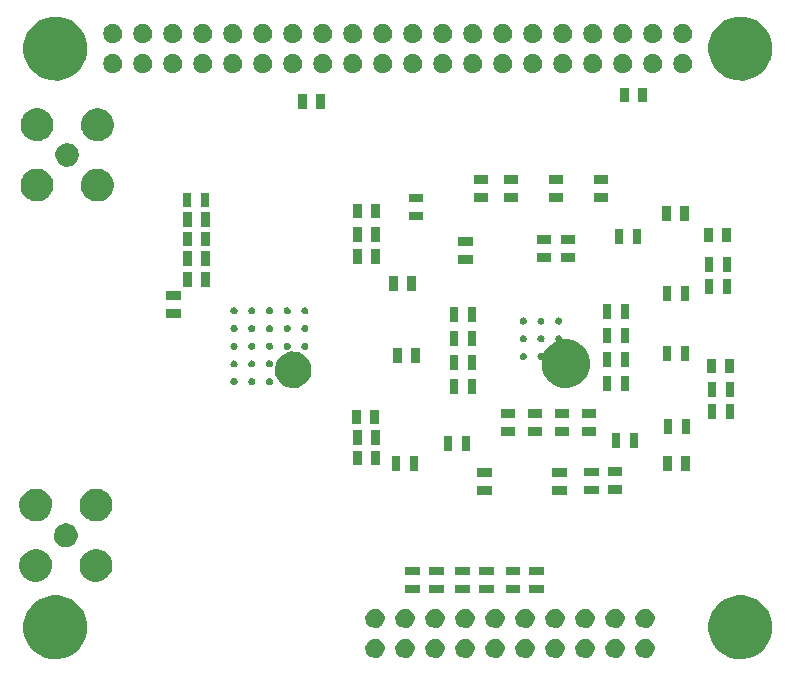
<source format=gbs>
G04 #@! TF.FileFunction,Soldermask,Bot*
%FSLAX46Y46*%
G04 Gerber Fmt 4.6, Leading zero omitted, Abs format (unit mm)*
G04 Created by KiCad (PCBNEW 4.0.6) date 11/01/18 16:19:51*
%MOMM*%
%LPD*%
G01*
G04 APERTURE LIST*
%ADD10C,0.100000*%
G04 APERTURE END LIST*
D10*
G36*
X93783592Y-120801797D02*
X94302277Y-120908268D01*
X94790398Y-121113455D01*
X95229373Y-121409546D01*
X95602477Y-121785265D01*
X95895496Y-122226293D01*
X96097271Y-122715836D01*
X96200050Y-123234908D01*
X96200050Y-123234917D01*
X96200116Y-123235251D01*
X96191671Y-123840037D01*
X96191595Y-123840371D01*
X96191595Y-123840383D01*
X96074365Y-124356375D01*
X95858998Y-124840097D01*
X95553779Y-125272772D01*
X95170327Y-125637928D01*
X94723262Y-125921644D01*
X94229597Y-126113125D01*
X93708146Y-126205070D01*
X93178765Y-126193982D01*
X92661612Y-126080278D01*
X92176404Y-125868296D01*
X91741608Y-125566104D01*
X91373786Y-125185213D01*
X91086955Y-124740139D01*
X90892034Y-124247824D01*
X90796448Y-123727020D01*
X90803842Y-123197576D01*
X90913930Y-122679652D01*
X91122522Y-122192970D01*
X91421671Y-121756075D01*
X91799984Y-121385603D01*
X92243047Y-121095670D01*
X92733989Y-120897317D01*
X93254104Y-120798100D01*
X93783592Y-120801797D01*
X93783592Y-120801797D01*
G37*
G36*
X151783592Y-120801797D02*
X152302277Y-120908268D01*
X152790398Y-121113455D01*
X153229373Y-121409546D01*
X153602477Y-121785265D01*
X153895496Y-122226293D01*
X154097271Y-122715836D01*
X154200050Y-123234908D01*
X154200050Y-123234917D01*
X154200116Y-123235251D01*
X154191671Y-123840037D01*
X154191595Y-123840371D01*
X154191595Y-123840383D01*
X154074365Y-124356375D01*
X153858998Y-124840097D01*
X153553779Y-125272772D01*
X153170327Y-125637928D01*
X152723262Y-125921644D01*
X152229597Y-126113125D01*
X151708146Y-126205070D01*
X151178765Y-126193982D01*
X150661612Y-126080278D01*
X150176404Y-125868296D01*
X149741608Y-125566104D01*
X149373786Y-125185213D01*
X149086955Y-124740139D01*
X148892034Y-124247824D01*
X148796448Y-123727020D01*
X148803842Y-123197576D01*
X148913930Y-122679652D01*
X149122522Y-122192970D01*
X149421671Y-121756075D01*
X149799984Y-121385603D01*
X150243047Y-121095670D01*
X150733989Y-120897317D01*
X151254104Y-120798100D01*
X151783592Y-120801797D01*
X151783592Y-120801797D01*
G37*
G36*
X125735288Y-124458539D02*
X125891279Y-124490560D01*
X126038075Y-124552267D01*
X126170093Y-124641314D01*
X126282302Y-124754310D01*
X126370427Y-124886946D01*
X126431105Y-125034166D01*
X126461969Y-125190036D01*
X126461969Y-125190045D01*
X126462035Y-125190379D01*
X126459495Y-125372263D01*
X126459419Y-125372597D01*
X126459419Y-125372609D01*
X126424219Y-125527546D01*
X126359448Y-125673022D01*
X126267657Y-125803145D01*
X126152334Y-125912965D01*
X126017886Y-125998288D01*
X125869420Y-126055875D01*
X125712600Y-126083526D01*
X125553393Y-126080192D01*
X125397861Y-126045996D01*
X125251939Y-125982244D01*
X125121179Y-125891363D01*
X125010558Y-125776812D01*
X124924298Y-125642963D01*
X124865677Y-125494903D01*
X124836930Y-125338272D01*
X124839154Y-125179048D01*
X124872261Y-125023289D01*
X124934995Y-124876922D01*
X125024961Y-124745530D01*
X125138736Y-124634112D01*
X125271982Y-124546918D01*
X125419629Y-124487265D01*
X125576047Y-124457427D01*
X125735288Y-124458539D01*
X125735288Y-124458539D01*
G37*
G36*
X128275288Y-124458539D02*
X128431279Y-124490560D01*
X128578075Y-124552267D01*
X128710093Y-124641314D01*
X128822302Y-124754310D01*
X128910427Y-124886946D01*
X128971105Y-125034166D01*
X129001969Y-125190036D01*
X129001969Y-125190045D01*
X129002035Y-125190379D01*
X128999495Y-125372263D01*
X128999419Y-125372597D01*
X128999419Y-125372609D01*
X128964219Y-125527546D01*
X128899448Y-125673022D01*
X128807657Y-125803145D01*
X128692334Y-125912965D01*
X128557886Y-125998288D01*
X128409420Y-126055875D01*
X128252600Y-126083526D01*
X128093393Y-126080192D01*
X127937861Y-126045996D01*
X127791939Y-125982244D01*
X127661179Y-125891363D01*
X127550558Y-125776812D01*
X127464298Y-125642963D01*
X127405677Y-125494903D01*
X127376930Y-125338272D01*
X127379154Y-125179048D01*
X127412261Y-125023289D01*
X127474995Y-124876922D01*
X127564961Y-124745530D01*
X127678736Y-124634112D01*
X127811982Y-124546918D01*
X127959629Y-124487265D01*
X128116047Y-124457427D01*
X128275288Y-124458539D01*
X128275288Y-124458539D01*
G37*
G36*
X130815288Y-124458539D02*
X130971279Y-124490560D01*
X131118075Y-124552267D01*
X131250093Y-124641314D01*
X131362302Y-124754310D01*
X131450427Y-124886946D01*
X131511105Y-125034166D01*
X131541969Y-125190036D01*
X131541969Y-125190045D01*
X131542035Y-125190379D01*
X131539495Y-125372263D01*
X131539419Y-125372597D01*
X131539419Y-125372609D01*
X131504219Y-125527546D01*
X131439448Y-125673022D01*
X131347657Y-125803145D01*
X131232334Y-125912965D01*
X131097886Y-125998288D01*
X130949420Y-126055875D01*
X130792600Y-126083526D01*
X130633393Y-126080192D01*
X130477861Y-126045996D01*
X130331939Y-125982244D01*
X130201179Y-125891363D01*
X130090558Y-125776812D01*
X130004298Y-125642963D01*
X129945677Y-125494903D01*
X129916930Y-125338272D01*
X129919154Y-125179048D01*
X129952261Y-125023289D01*
X130014995Y-124876922D01*
X130104961Y-124745530D01*
X130218736Y-124634112D01*
X130351982Y-124546918D01*
X130499629Y-124487265D01*
X130656047Y-124457427D01*
X130815288Y-124458539D01*
X130815288Y-124458539D01*
G37*
G36*
X133355288Y-124458539D02*
X133511279Y-124490560D01*
X133658075Y-124552267D01*
X133790093Y-124641314D01*
X133902302Y-124754310D01*
X133990427Y-124886946D01*
X134051105Y-125034166D01*
X134081969Y-125190036D01*
X134081969Y-125190045D01*
X134082035Y-125190379D01*
X134079495Y-125372263D01*
X134079419Y-125372597D01*
X134079419Y-125372609D01*
X134044219Y-125527546D01*
X133979448Y-125673022D01*
X133887657Y-125803145D01*
X133772334Y-125912965D01*
X133637886Y-125998288D01*
X133489420Y-126055875D01*
X133332600Y-126083526D01*
X133173393Y-126080192D01*
X133017861Y-126045996D01*
X132871939Y-125982244D01*
X132741179Y-125891363D01*
X132630558Y-125776812D01*
X132544298Y-125642963D01*
X132485677Y-125494903D01*
X132456930Y-125338272D01*
X132459154Y-125179048D01*
X132492261Y-125023289D01*
X132554995Y-124876922D01*
X132644961Y-124745530D01*
X132758736Y-124634112D01*
X132891982Y-124546918D01*
X133039629Y-124487265D01*
X133196047Y-124457427D01*
X133355288Y-124458539D01*
X133355288Y-124458539D01*
G37*
G36*
X135895288Y-124458539D02*
X136051279Y-124490560D01*
X136198075Y-124552267D01*
X136330093Y-124641314D01*
X136442302Y-124754310D01*
X136530427Y-124886946D01*
X136591105Y-125034166D01*
X136621969Y-125190036D01*
X136621969Y-125190045D01*
X136622035Y-125190379D01*
X136619495Y-125372263D01*
X136619419Y-125372597D01*
X136619419Y-125372609D01*
X136584219Y-125527546D01*
X136519448Y-125673022D01*
X136427657Y-125803145D01*
X136312334Y-125912965D01*
X136177886Y-125998288D01*
X136029420Y-126055875D01*
X135872600Y-126083526D01*
X135713393Y-126080192D01*
X135557861Y-126045996D01*
X135411939Y-125982244D01*
X135281179Y-125891363D01*
X135170558Y-125776812D01*
X135084298Y-125642963D01*
X135025677Y-125494903D01*
X134996930Y-125338272D01*
X134999154Y-125179048D01*
X135032261Y-125023289D01*
X135094995Y-124876922D01*
X135184961Y-124745530D01*
X135298736Y-124634112D01*
X135431982Y-124546918D01*
X135579629Y-124487265D01*
X135736047Y-124457427D01*
X135895288Y-124458539D01*
X135895288Y-124458539D01*
G37*
G36*
X138435288Y-124458539D02*
X138591279Y-124490560D01*
X138738075Y-124552267D01*
X138870093Y-124641314D01*
X138982302Y-124754310D01*
X139070427Y-124886946D01*
X139131105Y-125034166D01*
X139161969Y-125190036D01*
X139161969Y-125190045D01*
X139162035Y-125190379D01*
X139159495Y-125372263D01*
X139159419Y-125372597D01*
X139159419Y-125372609D01*
X139124219Y-125527546D01*
X139059448Y-125673022D01*
X138967657Y-125803145D01*
X138852334Y-125912965D01*
X138717886Y-125998288D01*
X138569420Y-126055875D01*
X138412600Y-126083526D01*
X138253393Y-126080192D01*
X138097861Y-126045996D01*
X137951939Y-125982244D01*
X137821179Y-125891363D01*
X137710558Y-125776812D01*
X137624298Y-125642963D01*
X137565677Y-125494903D01*
X137536930Y-125338272D01*
X137539154Y-125179048D01*
X137572261Y-125023289D01*
X137634995Y-124876922D01*
X137724961Y-124745530D01*
X137838736Y-124634112D01*
X137971982Y-124546918D01*
X138119629Y-124487265D01*
X138276047Y-124457427D01*
X138435288Y-124458539D01*
X138435288Y-124458539D01*
G37*
G36*
X143515288Y-124458539D02*
X143671279Y-124490560D01*
X143818075Y-124552267D01*
X143950093Y-124641314D01*
X144062302Y-124754310D01*
X144150427Y-124886946D01*
X144211105Y-125034166D01*
X144241969Y-125190036D01*
X144241969Y-125190045D01*
X144242035Y-125190379D01*
X144239495Y-125372263D01*
X144239419Y-125372597D01*
X144239419Y-125372609D01*
X144204219Y-125527546D01*
X144139448Y-125673022D01*
X144047657Y-125803145D01*
X143932334Y-125912965D01*
X143797886Y-125998288D01*
X143649420Y-126055875D01*
X143492600Y-126083526D01*
X143333393Y-126080192D01*
X143177861Y-126045996D01*
X143031939Y-125982244D01*
X142901179Y-125891363D01*
X142790558Y-125776812D01*
X142704298Y-125642963D01*
X142645677Y-125494903D01*
X142616930Y-125338272D01*
X142619154Y-125179048D01*
X142652261Y-125023289D01*
X142714995Y-124876922D01*
X142804961Y-124745530D01*
X142918736Y-124634112D01*
X143051982Y-124546918D01*
X143199629Y-124487265D01*
X143356047Y-124457427D01*
X143515288Y-124458539D01*
X143515288Y-124458539D01*
G37*
G36*
X140975288Y-124458539D02*
X141131279Y-124490560D01*
X141278075Y-124552267D01*
X141410093Y-124641314D01*
X141522302Y-124754310D01*
X141610427Y-124886946D01*
X141671105Y-125034166D01*
X141701969Y-125190036D01*
X141701969Y-125190045D01*
X141702035Y-125190379D01*
X141699495Y-125372263D01*
X141699419Y-125372597D01*
X141699419Y-125372609D01*
X141664219Y-125527546D01*
X141599448Y-125673022D01*
X141507657Y-125803145D01*
X141392334Y-125912965D01*
X141257886Y-125998288D01*
X141109420Y-126055875D01*
X140952600Y-126083526D01*
X140793393Y-126080192D01*
X140637861Y-126045996D01*
X140491939Y-125982244D01*
X140361179Y-125891363D01*
X140250558Y-125776812D01*
X140164298Y-125642963D01*
X140105677Y-125494903D01*
X140076930Y-125338272D01*
X140079154Y-125179048D01*
X140112261Y-125023289D01*
X140174995Y-124876922D01*
X140264961Y-124745530D01*
X140378736Y-124634112D01*
X140511982Y-124546918D01*
X140659629Y-124487265D01*
X140816047Y-124457427D01*
X140975288Y-124458539D01*
X140975288Y-124458539D01*
G37*
G36*
X123195288Y-124458539D02*
X123351279Y-124490560D01*
X123498075Y-124552267D01*
X123630093Y-124641314D01*
X123742302Y-124754310D01*
X123830427Y-124886946D01*
X123891105Y-125034166D01*
X123921969Y-125190036D01*
X123921969Y-125190045D01*
X123922035Y-125190379D01*
X123919495Y-125372263D01*
X123919419Y-125372597D01*
X123919419Y-125372609D01*
X123884219Y-125527546D01*
X123819448Y-125673022D01*
X123727657Y-125803145D01*
X123612334Y-125912965D01*
X123477886Y-125998288D01*
X123329420Y-126055875D01*
X123172600Y-126083526D01*
X123013393Y-126080192D01*
X122857861Y-126045996D01*
X122711939Y-125982244D01*
X122581179Y-125891363D01*
X122470558Y-125776812D01*
X122384298Y-125642963D01*
X122325677Y-125494903D01*
X122296930Y-125338272D01*
X122299154Y-125179048D01*
X122332261Y-125023289D01*
X122394995Y-124876922D01*
X122484961Y-124745530D01*
X122598736Y-124634112D01*
X122731982Y-124546918D01*
X122879629Y-124487265D01*
X123036047Y-124457427D01*
X123195288Y-124458539D01*
X123195288Y-124458539D01*
G37*
G36*
X120655288Y-124458539D02*
X120811279Y-124490560D01*
X120958075Y-124552267D01*
X121090093Y-124641314D01*
X121202302Y-124754310D01*
X121290427Y-124886946D01*
X121351105Y-125034166D01*
X121381969Y-125190036D01*
X121381969Y-125190045D01*
X121382035Y-125190379D01*
X121379495Y-125372263D01*
X121379419Y-125372597D01*
X121379419Y-125372609D01*
X121344219Y-125527546D01*
X121279448Y-125673022D01*
X121187657Y-125803145D01*
X121072334Y-125912965D01*
X120937886Y-125998288D01*
X120789420Y-126055875D01*
X120632600Y-126083526D01*
X120473393Y-126080192D01*
X120317861Y-126045996D01*
X120171939Y-125982244D01*
X120041179Y-125891363D01*
X119930558Y-125776812D01*
X119844298Y-125642963D01*
X119785677Y-125494903D01*
X119756930Y-125338272D01*
X119759154Y-125179048D01*
X119792261Y-125023289D01*
X119854995Y-124876922D01*
X119944961Y-124745530D01*
X120058736Y-124634112D01*
X120191982Y-124546918D01*
X120339629Y-124487265D01*
X120496047Y-124457427D01*
X120655288Y-124458539D01*
X120655288Y-124458539D01*
G37*
G36*
X133355288Y-121918539D02*
X133511279Y-121950560D01*
X133658075Y-122012267D01*
X133790093Y-122101314D01*
X133902302Y-122214310D01*
X133990427Y-122346946D01*
X134051105Y-122494166D01*
X134081969Y-122650036D01*
X134081969Y-122650045D01*
X134082035Y-122650379D01*
X134079495Y-122832263D01*
X134079419Y-122832597D01*
X134079419Y-122832609D01*
X134044219Y-122987546D01*
X133979448Y-123133022D01*
X133887657Y-123263145D01*
X133772334Y-123372965D01*
X133637886Y-123458288D01*
X133489420Y-123515875D01*
X133332600Y-123543526D01*
X133173393Y-123540192D01*
X133017861Y-123505996D01*
X132871939Y-123442244D01*
X132741179Y-123351363D01*
X132630558Y-123236812D01*
X132544298Y-123102963D01*
X132485677Y-122954903D01*
X132456930Y-122798272D01*
X132459154Y-122639048D01*
X132492261Y-122483289D01*
X132554995Y-122336922D01*
X132644961Y-122205530D01*
X132758736Y-122094112D01*
X132891982Y-122006918D01*
X133039629Y-121947265D01*
X133196047Y-121917427D01*
X133355288Y-121918539D01*
X133355288Y-121918539D01*
G37*
G36*
X120655288Y-121918539D02*
X120811279Y-121950560D01*
X120958075Y-122012267D01*
X121090093Y-122101314D01*
X121202302Y-122214310D01*
X121290427Y-122346946D01*
X121351105Y-122494166D01*
X121381969Y-122650036D01*
X121381969Y-122650045D01*
X121382035Y-122650379D01*
X121379495Y-122832263D01*
X121379419Y-122832597D01*
X121379419Y-122832609D01*
X121344219Y-122987546D01*
X121279448Y-123133022D01*
X121187657Y-123263145D01*
X121072334Y-123372965D01*
X120937886Y-123458288D01*
X120789420Y-123515875D01*
X120632600Y-123543526D01*
X120473393Y-123540192D01*
X120317861Y-123505996D01*
X120171939Y-123442244D01*
X120041179Y-123351363D01*
X119930558Y-123236812D01*
X119844298Y-123102963D01*
X119785677Y-122954903D01*
X119756930Y-122798272D01*
X119759154Y-122639048D01*
X119792261Y-122483289D01*
X119854995Y-122336922D01*
X119944961Y-122205530D01*
X120058736Y-122094112D01*
X120191982Y-122006918D01*
X120339629Y-121947265D01*
X120496047Y-121917427D01*
X120655288Y-121918539D01*
X120655288Y-121918539D01*
G37*
G36*
X123195288Y-121918539D02*
X123351279Y-121950560D01*
X123498075Y-122012267D01*
X123630093Y-122101314D01*
X123742302Y-122214310D01*
X123830427Y-122346946D01*
X123891105Y-122494166D01*
X123921969Y-122650036D01*
X123921969Y-122650045D01*
X123922035Y-122650379D01*
X123919495Y-122832263D01*
X123919419Y-122832597D01*
X123919419Y-122832609D01*
X123884219Y-122987546D01*
X123819448Y-123133022D01*
X123727657Y-123263145D01*
X123612334Y-123372965D01*
X123477886Y-123458288D01*
X123329420Y-123515875D01*
X123172600Y-123543526D01*
X123013393Y-123540192D01*
X122857861Y-123505996D01*
X122711939Y-123442244D01*
X122581179Y-123351363D01*
X122470558Y-123236812D01*
X122384298Y-123102963D01*
X122325677Y-122954903D01*
X122296930Y-122798272D01*
X122299154Y-122639048D01*
X122332261Y-122483289D01*
X122394995Y-122336922D01*
X122484961Y-122205530D01*
X122598736Y-122094112D01*
X122731982Y-122006918D01*
X122879629Y-121947265D01*
X123036047Y-121917427D01*
X123195288Y-121918539D01*
X123195288Y-121918539D01*
G37*
G36*
X125735288Y-121918539D02*
X125891279Y-121950560D01*
X126038075Y-122012267D01*
X126170093Y-122101314D01*
X126282302Y-122214310D01*
X126370427Y-122346946D01*
X126431105Y-122494166D01*
X126461969Y-122650036D01*
X126461969Y-122650045D01*
X126462035Y-122650379D01*
X126459495Y-122832263D01*
X126459419Y-122832597D01*
X126459419Y-122832609D01*
X126424219Y-122987546D01*
X126359448Y-123133022D01*
X126267657Y-123263145D01*
X126152334Y-123372965D01*
X126017886Y-123458288D01*
X125869420Y-123515875D01*
X125712600Y-123543526D01*
X125553393Y-123540192D01*
X125397861Y-123505996D01*
X125251939Y-123442244D01*
X125121179Y-123351363D01*
X125010558Y-123236812D01*
X124924298Y-123102963D01*
X124865677Y-122954903D01*
X124836930Y-122798272D01*
X124839154Y-122639048D01*
X124872261Y-122483289D01*
X124934995Y-122336922D01*
X125024961Y-122205530D01*
X125138736Y-122094112D01*
X125271982Y-122006918D01*
X125419629Y-121947265D01*
X125576047Y-121917427D01*
X125735288Y-121918539D01*
X125735288Y-121918539D01*
G37*
G36*
X128275288Y-121918539D02*
X128431279Y-121950560D01*
X128578075Y-122012267D01*
X128710093Y-122101314D01*
X128822302Y-122214310D01*
X128910427Y-122346946D01*
X128971105Y-122494166D01*
X129001969Y-122650036D01*
X129001969Y-122650045D01*
X129002035Y-122650379D01*
X128999495Y-122832263D01*
X128999419Y-122832597D01*
X128999419Y-122832609D01*
X128964219Y-122987546D01*
X128899448Y-123133022D01*
X128807657Y-123263145D01*
X128692334Y-123372965D01*
X128557886Y-123458288D01*
X128409420Y-123515875D01*
X128252600Y-123543526D01*
X128093393Y-123540192D01*
X127937861Y-123505996D01*
X127791939Y-123442244D01*
X127661179Y-123351363D01*
X127550558Y-123236812D01*
X127464298Y-123102963D01*
X127405677Y-122954903D01*
X127376930Y-122798272D01*
X127379154Y-122639048D01*
X127412261Y-122483289D01*
X127474995Y-122336922D01*
X127564961Y-122205530D01*
X127678736Y-122094112D01*
X127811982Y-122006918D01*
X127959629Y-121947265D01*
X128116047Y-121917427D01*
X128275288Y-121918539D01*
X128275288Y-121918539D01*
G37*
G36*
X130815288Y-121918539D02*
X130971279Y-121950560D01*
X131118075Y-122012267D01*
X131250093Y-122101314D01*
X131362302Y-122214310D01*
X131450427Y-122346946D01*
X131511105Y-122494166D01*
X131541969Y-122650036D01*
X131541969Y-122650045D01*
X131542035Y-122650379D01*
X131539495Y-122832263D01*
X131539419Y-122832597D01*
X131539419Y-122832609D01*
X131504219Y-122987546D01*
X131439448Y-123133022D01*
X131347657Y-123263145D01*
X131232334Y-123372965D01*
X131097886Y-123458288D01*
X130949420Y-123515875D01*
X130792600Y-123543526D01*
X130633393Y-123540192D01*
X130477861Y-123505996D01*
X130331939Y-123442244D01*
X130201179Y-123351363D01*
X130090558Y-123236812D01*
X130004298Y-123102963D01*
X129945677Y-122954903D01*
X129916930Y-122798272D01*
X129919154Y-122639048D01*
X129952261Y-122483289D01*
X130014995Y-122336922D01*
X130104961Y-122205530D01*
X130218736Y-122094112D01*
X130351982Y-122006918D01*
X130499629Y-121947265D01*
X130656047Y-121917427D01*
X130815288Y-121918539D01*
X130815288Y-121918539D01*
G37*
G36*
X135895288Y-121918539D02*
X136051279Y-121950560D01*
X136198075Y-122012267D01*
X136330093Y-122101314D01*
X136442302Y-122214310D01*
X136530427Y-122346946D01*
X136591105Y-122494166D01*
X136621969Y-122650036D01*
X136621969Y-122650045D01*
X136622035Y-122650379D01*
X136619495Y-122832263D01*
X136619419Y-122832597D01*
X136619419Y-122832609D01*
X136584219Y-122987546D01*
X136519448Y-123133022D01*
X136427657Y-123263145D01*
X136312334Y-123372965D01*
X136177886Y-123458288D01*
X136029420Y-123515875D01*
X135872600Y-123543526D01*
X135713393Y-123540192D01*
X135557861Y-123505996D01*
X135411939Y-123442244D01*
X135281179Y-123351363D01*
X135170558Y-123236812D01*
X135084298Y-123102963D01*
X135025677Y-122954903D01*
X134996930Y-122798272D01*
X134999154Y-122639048D01*
X135032261Y-122483289D01*
X135094995Y-122336922D01*
X135184961Y-122205530D01*
X135298736Y-122094112D01*
X135431982Y-122006918D01*
X135579629Y-121947265D01*
X135736047Y-121917427D01*
X135895288Y-121918539D01*
X135895288Y-121918539D01*
G37*
G36*
X138435288Y-121918539D02*
X138591279Y-121950560D01*
X138738075Y-122012267D01*
X138870093Y-122101314D01*
X138982302Y-122214310D01*
X139070427Y-122346946D01*
X139131105Y-122494166D01*
X139161969Y-122650036D01*
X139161969Y-122650045D01*
X139162035Y-122650379D01*
X139159495Y-122832263D01*
X139159419Y-122832597D01*
X139159419Y-122832609D01*
X139124219Y-122987546D01*
X139059448Y-123133022D01*
X138967657Y-123263145D01*
X138852334Y-123372965D01*
X138717886Y-123458288D01*
X138569420Y-123515875D01*
X138412600Y-123543526D01*
X138253393Y-123540192D01*
X138097861Y-123505996D01*
X137951939Y-123442244D01*
X137821179Y-123351363D01*
X137710558Y-123236812D01*
X137624298Y-123102963D01*
X137565677Y-122954903D01*
X137536930Y-122798272D01*
X137539154Y-122639048D01*
X137572261Y-122483289D01*
X137634995Y-122336922D01*
X137724961Y-122205530D01*
X137838736Y-122094112D01*
X137971982Y-122006918D01*
X138119629Y-121947265D01*
X138276047Y-121917427D01*
X138435288Y-121918539D01*
X138435288Y-121918539D01*
G37*
G36*
X140975288Y-121918539D02*
X141131279Y-121950560D01*
X141278075Y-122012267D01*
X141410093Y-122101314D01*
X141522302Y-122214310D01*
X141610427Y-122346946D01*
X141671105Y-122494166D01*
X141701969Y-122650036D01*
X141701969Y-122650045D01*
X141702035Y-122650379D01*
X141699495Y-122832263D01*
X141699419Y-122832597D01*
X141699419Y-122832609D01*
X141664219Y-122987546D01*
X141599448Y-123133022D01*
X141507657Y-123263145D01*
X141392334Y-123372965D01*
X141257886Y-123458288D01*
X141109420Y-123515875D01*
X140952600Y-123543526D01*
X140793393Y-123540192D01*
X140637861Y-123505996D01*
X140491939Y-123442244D01*
X140361179Y-123351363D01*
X140250558Y-123236812D01*
X140164298Y-123102963D01*
X140105677Y-122954903D01*
X140076930Y-122798272D01*
X140079154Y-122639048D01*
X140112261Y-122483289D01*
X140174995Y-122336922D01*
X140264961Y-122205530D01*
X140378736Y-122094112D01*
X140511982Y-122006918D01*
X140659629Y-121947265D01*
X140816047Y-121917427D01*
X140975288Y-121918539D01*
X140975288Y-121918539D01*
G37*
G36*
X143515288Y-121918539D02*
X143671279Y-121950560D01*
X143818075Y-122012267D01*
X143950093Y-122101314D01*
X144062302Y-122214310D01*
X144150427Y-122346946D01*
X144211105Y-122494166D01*
X144241969Y-122650036D01*
X144241969Y-122650045D01*
X144242035Y-122650379D01*
X144239495Y-122832263D01*
X144239419Y-122832597D01*
X144239419Y-122832609D01*
X144204219Y-122987546D01*
X144139448Y-123133022D01*
X144047657Y-123263145D01*
X143932334Y-123372965D01*
X143797886Y-123458288D01*
X143649420Y-123515875D01*
X143492600Y-123543526D01*
X143333393Y-123540192D01*
X143177861Y-123505996D01*
X143031939Y-123442244D01*
X142901179Y-123351363D01*
X142790558Y-123236812D01*
X142704298Y-123102963D01*
X142645677Y-122954903D01*
X142616930Y-122798272D01*
X142619154Y-122639048D01*
X142652261Y-122483289D01*
X142714995Y-122336922D01*
X142804961Y-122205530D01*
X142918736Y-122094112D01*
X143051982Y-122006918D01*
X143199629Y-121947265D01*
X143356047Y-121917427D01*
X143515288Y-121918539D01*
X143515288Y-121918539D01*
G37*
G36*
X134871500Y-120629500D02*
X133628500Y-120629500D01*
X133628500Y-119894500D01*
X134871500Y-119894500D01*
X134871500Y-120629500D01*
X134871500Y-120629500D01*
G37*
G36*
X132871500Y-120629500D02*
X131628500Y-120629500D01*
X131628500Y-119894500D01*
X132871500Y-119894500D01*
X132871500Y-120629500D01*
X132871500Y-120629500D01*
G37*
G36*
X128621500Y-120629500D02*
X127378500Y-120629500D01*
X127378500Y-119894500D01*
X128621500Y-119894500D01*
X128621500Y-120629500D01*
X128621500Y-120629500D01*
G37*
G36*
X130621500Y-120629500D02*
X129378500Y-120629500D01*
X129378500Y-119894500D01*
X130621500Y-119894500D01*
X130621500Y-120629500D01*
X130621500Y-120629500D01*
G37*
G36*
X124371500Y-120629500D02*
X123128500Y-120629500D01*
X123128500Y-119894500D01*
X124371500Y-119894500D01*
X124371500Y-120629500D01*
X124371500Y-120629500D01*
G37*
G36*
X126371500Y-120629500D02*
X125128500Y-120629500D01*
X125128500Y-119894500D01*
X126371500Y-119894500D01*
X126371500Y-120629500D01*
X126371500Y-120629500D01*
G37*
G36*
X97095215Y-116867320D02*
X97360994Y-116921877D01*
X97611109Y-117027016D01*
X97836046Y-117178737D01*
X98027224Y-117371254D01*
X98177371Y-117597243D01*
X98280761Y-117848087D01*
X98333393Y-118113897D01*
X98333393Y-118113907D01*
X98333459Y-118114241D01*
X98329132Y-118424138D01*
X98329056Y-118424472D01*
X98329056Y-118424483D01*
X98269024Y-118688713D01*
X98158669Y-118936576D01*
X98002273Y-119158282D01*
X97805787Y-119345392D01*
X97576709Y-119490769D01*
X97323751Y-119588886D01*
X97056557Y-119635999D01*
X96785298Y-119630317D01*
X96520302Y-119572054D01*
X96271679Y-119463433D01*
X96048887Y-119308588D01*
X95860411Y-119113416D01*
X95713438Y-118885358D01*
X95613558Y-118633092D01*
X95564579Y-118366226D01*
X95568368Y-118094935D01*
X95624777Y-117829549D01*
X95731662Y-117580168D01*
X95884948Y-117356300D01*
X96078799Y-117166466D01*
X96305828Y-117017902D01*
X96557390Y-116916265D01*
X96823900Y-116865425D01*
X97095215Y-116867320D01*
X97095215Y-116867320D01*
G37*
G36*
X91995415Y-116867320D02*
X92261194Y-116921877D01*
X92511309Y-117027016D01*
X92736246Y-117178737D01*
X92927424Y-117371254D01*
X93077571Y-117597243D01*
X93180961Y-117848087D01*
X93233593Y-118113897D01*
X93233593Y-118113907D01*
X93233659Y-118114241D01*
X93229332Y-118424138D01*
X93229256Y-118424472D01*
X93229256Y-118424483D01*
X93169224Y-118688713D01*
X93058869Y-118936576D01*
X92902473Y-119158282D01*
X92705987Y-119345392D01*
X92476909Y-119490769D01*
X92223951Y-119588886D01*
X91956757Y-119635999D01*
X91685498Y-119630317D01*
X91420502Y-119572054D01*
X91171879Y-119463433D01*
X90949087Y-119308588D01*
X90760611Y-119113416D01*
X90613638Y-118885358D01*
X90513758Y-118633092D01*
X90464779Y-118366226D01*
X90468568Y-118094935D01*
X90524977Y-117829549D01*
X90631862Y-117580168D01*
X90785148Y-117356300D01*
X90978999Y-117166466D01*
X91206028Y-117017902D01*
X91457590Y-116916265D01*
X91724100Y-116865425D01*
X91995415Y-116867320D01*
X91995415Y-116867320D01*
G37*
G36*
X124371500Y-119105500D02*
X123128500Y-119105500D01*
X123128500Y-118370500D01*
X124371500Y-118370500D01*
X124371500Y-119105500D01*
X124371500Y-119105500D01*
G37*
G36*
X126371500Y-119105500D02*
X125128500Y-119105500D01*
X125128500Y-118370500D01*
X126371500Y-118370500D01*
X126371500Y-119105500D01*
X126371500Y-119105500D01*
G37*
G36*
X132871500Y-119105500D02*
X131628500Y-119105500D01*
X131628500Y-118370500D01*
X132871500Y-118370500D01*
X132871500Y-119105500D01*
X132871500Y-119105500D01*
G37*
G36*
X128621500Y-119105500D02*
X127378500Y-119105500D01*
X127378500Y-118370500D01*
X128621500Y-118370500D01*
X128621500Y-119105500D01*
X128621500Y-119105500D01*
G37*
G36*
X130621500Y-119105500D02*
X129378500Y-119105500D01*
X129378500Y-118370500D01*
X130621500Y-118370500D01*
X130621500Y-119105500D01*
X130621500Y-119105500D01*
G37*
G36*
X134871500Y-119105500D02*
X133628500Y-119105500D01*
X133628500Y-118370500D01*
X134871500Y-118370500D01*
X134871500Y-119105500D01*
X134871500Y-119105500D01*
G37*
G36*
X94505297Y-114698166D02*
X94697884Y-114737698D01*
X94879120Y-114813883D01*
X95042113Y-114923823D01*
X95180642Y-115063322D01*
X95289442Y-115227079D01*
X95364357Y-115408839D01*
X95402478Y-115601356D01*
X95402478Y-115601371D01*
X95402543Y-115601700D01*
X95399408Y-115826255D01*
X95399332Y-115826589D01*
X95399332Y-115826601D01*
X95355855Y-116017968D01*
X95275889Y-116197573D01*
X95162563Y-116358224D01*
X95020185Y-116493808D01*
X94854194Y-116599149D01*
X94670897Y-116670246D01*
X94477286Y-116704384D01*
X94280728Y-116700267D01*
X94088709Y-116658049D01*
X93908556Y-116579342D01*
X93747112Y-116467136D01*
X93610542Y-116325714D01*
X93504044Y-116160462D01*
X93431670Y-115977666D01*
X93396179Y-115784290D01*
X93398925Y-115587710D01*
X93439799Y-115395409D01*
X93517250Y-115214704D01*
X93628323Y-115052486D01*
X93768790Y-114914930D01*
X93933297Y-114807279D01*
X94115583Y-114733631D01*
X94308698Y-114696793D01*
X94505297Y-114698166D01*
X94505297Y-114698166D01*
G37*
G36*
X91995415Y-111767520D02*
X92261194Y-111822077D01*
X92511309Y-111927216D01*
X92736246Y-112078937D01*
X92927424Y-112271454D01*
X93077571Y-112497443D01*
X93180961Y-112748287D01*
X93233593Y-113014097D01*
X93233593Y-113014107D01*
X93233659Y-113014441D01*
X93229332Y-113324338D01*
X93229256Y-113324672D01*
X93229256Y-113324683D01*
X93169224Y-113588913D01*
X93058869Y-113836776D01*
X92902473Y-114058482D01*
X92705987Y-114245592D01*
X92476909Y-114390969D01*
X92223951Y-114489086D01*
X91956757Y-114536199D01*
X91685498Y-114530517D01*
X91420502Y-114472254D01*
X91171879Y-114363633D01*
X90949087Y-114208788D01*
X90760611Y-114013616D01*
X90613638Y-113785558D01*
X90513758Y-113533292D01*
X90464779Y-113266426D01*
X90468568Y-112995135D01*
X90524977Y-112729749D01*
X90631862Y-112480368D01*
X90785148Y-112256500D01*
X90978999Y-112066666D01*
X91206028Y-111918102D01*
X91457590Y-111816465D01*
X91724100Y-111765625D01*
X91995415Y-111767520D01*
X91995415Y-111767520D01*
G37*
G36*
X97095215Y-111767520D02*
X97360994Y-111822077D01*
X97611109Y-111927216D01*
X97836046Y-112078937D01*
X98027224Y-112271454D01*
X98177371Y-112497443D01*
X98280761Y-112748287D01*
X98333393Y-113014097D01*
X98333393Y-113014107D01*
X98333459Y-113014441D01*
X98329132Y-113324338D01*
X98329056Y-113324672D01*
X98329056Y-113324683D01*
X98269024Y-113588913D01*
X98158669Y-113836776D01*
X98002273Y-114058482D01*
X97805787Y-114245592D01*
X97576709Y-114390969D01*
X97323751Y-114489086D01*
X97056557Y-114536199D01*
X96785298Y-114530517D01*
X96520302Y-114472254D01*
X96271679Y-114363633D01*
X96048887Y-114208788D01*
X95860411Y-114013616D01*
X95713438Y-113785558D01*
X95613558Y-113533292D01*
X95564579Y-113266426D01*
X95568368Y-112995135D01*
X95624777Y-112729749D01*
X95731662Y-112480368D01*
X95884948Y-112256500D01*
X96078799Y-112066666D01*
X96305828Y-111918102D01*
X96557390Y-111816465D01*
X96823900Y-111765625D01*
X97095215Y-111767520D01*
X97095215Y-111767520D01*
G37*
G36*
X130451500Y-112279500D02*
X129208500Y-112279500D01*
X129208500Y-111544500D01*
X130451500Y-111544500D01*
X130451500Y-112279500D01*
X130451500Y-112279500D01*
G37*
G36*
X136831500Y-112269500D02*
X135588500Y-112269500D01*
X135588500Y-111534500D01*
X136831500Y-111534500D01*
X136831500Y-112269500D01*
X136831500Y-112269500D01*
G37*
G36*
X139501500Y-112229500D02*
X138258500Y-112229500D01*
X138258500Y-111494500D01*
X139501500Y-111494500D01*
X139501500Y-112229500D01*
X139501500Y-112229500D01*
G37*
G36*
X141511500Y-112199500D02*
X140268500Y-112199500D01*
X140268500Y-111464500D01*
X141511500Y-111464500D01*
X141511500Y-112199500D01*
X141511500Y-112199500D01*
G37*
G36*
X130451500Y-110755500D02*
X129208500Y-110755500D01*
X129208500Y-110020500D01*
X130451500Y-110020500D01*
X130451500Y-110755500D01*
X130451500Y-110755500D01*
G37*
G36*
X136831500Y-110745500D02*
X135588500Y-110745500D01*
X135588500Y-110010500D01*
X136831500Y-110010500D01*
X136831500Y-110745500D01*
X136831500Y-110745500D01*
G37*
G36*
X139501500Y-110705500D02*
X138258500Y-110705500D01*
X138258500Y-109970500D01*
X139501500Y-109970500D01*
X139501500Y-110705500D01*
X139501500Y-110705500D01*
G37*
G36*
X141511500Y-110675500D02*
X140268500Y-110675500D01*
X140268500Y-109940500D01*
X141511500Y-109940500D01*
X141511500Y-110675500D01*
X141511500Y-110675500D01*
G37*
G36*
X147229500Y-110271500D02*
X146494500Y-110271500D01*
X146494500Y-109028500D01*
X147229500Y-109028500D01*
X147229500Y-110271500D01*
X147229500Y-110271500D01*
G37*
G36*
X122705500Y-110271500D02*
X121970500Y-110271500D01*
X121970500Y-109028500D01*
X122705500Y-109028500D01*
X122705500Y-110271500D01*
X122705500Y-110271500D01*
G37*
G36*
X124229500Y-110271500D02*
X123494500Y-110271500D01*
X123494500Y-109028500D01*
X124229500Y-109028500D01*
X124229500Y-110271500D01*
X124229500Y-110271500D01*
G37*
G36*
X145705500Y-110271500D02*
X144970500Y-110271500D01*
X144970500Y-109028500D01*
X145705500Y-109028500D01*
X145705500Y-110271500D01*
X145705500Y-110271500D01*
G37*
G36*
X120989500Y-109781500D02*
X120254500Y-109781500D01*
X120254500Y-108538500D01*
X120989500Y-108538500D01*
X120989500Y-109781500D01*
X120989500Y-109781500D01*
G37*
G36*
X119465500Y-109781500D02*
X118730500Y-109781500D01*
X118730500Y-108538500D01*
X119465500Y-108538500D01*
X119465500Y-109781500D01*
X119465500Y-109781500D01*
G37*
G36*
X127113500Y-108571500D02*
X126378500Y-108571500D01*
X126378500Y-107328500D01*
X127113500Y-107328500D01*
X127113500Y-108571500D01*
X127113500Y-108571500D01*
G37*
G36*
X128637500Y-108571500D02*
X127902500Y-108571500D01*
X127902500Y-107328500D01*
X128637500Y-107328500D01*
X128637500Y-108571500D01*
X128637500Y-108571500D01*
G37*
G36*
X141337500Y-108317500D02*
X140602500Y-108317500D01*
X140602500Y-107074500D01*
X141337500Y-107074500D01*
X141337500Y-108317500D01*
X141337500Y-108317500D01*
G37*
G36*
X142861500Y-108317500D02*
X142126500Y-108317500D01*
X142126500Y-107074500D01*
X142861500Y-107074500D01*
X142861500Y-108317500D01*
X142861500Y-108317500D01*
G37*
G36*
X120949500Y-108051500D02*
X120214500Y-108051500D01*
X120214500Y-106808500D01*
X120949500Y-106808500D01*
X120949500Y-108051500D01*
X120949500Y-108051500D01*
G37*
G36*
X119425500Y-108051500D02*
X118690500Y-108051500D01*
X118690500Y-106808500D01*
X119425500Y-106808500D01*
X119425500Y-108051500D01*
X119425500Y-108051500D01*
G37*
G36*
X139305500Y-107301500D02*
X138062500Y-107301500D01*
X138062500Y-106566500D01*
X139305500Y-106566500D01*
X139305500Y-107301500D01*
X139305500Y-107301500D01*
G37*
G36*
X137019500Y-107301500D02*
X135776500Y-107301500D01*
X135776500Y-106566500D01*
X137019500Y-106566500D01*
X137019500Y-107301500D01*
X137019500Y-107301500D01*
G37*
G36*
X134733500Y-107301500D02*
X133490500Y-107301500D01*
X133490500Y-106566500D01*
X134733500Y-106566500D01*
X134733500Y-107301500D01*
X134733500Y-107301500D01*
G37*
G36*
X132447500Y-107301500D02*
X131204500Y-107301500D01*
X131204500Y-106566500D01*
X132447500Y-106566500D01*
X132447500Y-107301500D01*
X132447500Y-107301500D01*
G37*
G36*
X145755500Y-107131500D02*
X145020500Y-107131500D01*
X145020500Y-105888500D01*
X145755500Y-105888500D01*
X145755500Y-107131500D01*
X145755500Y-107131500D01*
G37*
G36*
X147279500Y-107131500D02*
X146544500Y-107131500D01*
X146544500Y-105888500D01*
X147279500Y-105888500D01*
X147279500Y-107131500D01*
X147279500Y-107131500D01*
G37*
G36*
X120899500Y-106321500D02*
X120164500Y-106321500D01*
X120164500Y-105078500D01*
X120899500Y-105078500D01*
X120899500Y-106321500D01*
X120899500Y-106321500D01*
G37*
G36*
X119375500Y-106321500D02*
X118640500Y-106321500D01*
X118640500Y-105078500D01*
X119375500Y-105078500D01*
X119375500Y-106321500D01*
X119375500Y-106321500D01*
G37*
G36*
X149475500Y-105871500D02*
X148740500Y-105871500D01*
X148740500Y-104628500D01*
X149475500Y-104628500D01*
X149475500Y-105871500D01*
X149475500Y-105871500D01*
G37*
G36*
X150999500Y-105871500D02*
X150264500Y-105871500D01*
X150264500Y-104628500D01*
X150999500Y-104628500D01*
X150999500Y-105871500D01*
X150999500Y-105871500D01*
G37*
G36*
X134733500Y-105777500D02*
X133490500Y-105777500D01*
X133490500Y-105042500D01*
X134733500Y-105042500D01*
X134733500Y-105777500D01*
X134733500Y-105777500D01*
G37*
G36*
X132447500Y-105777500D02*
X131204500Y-105777500D01*
X131204500Y-105042500D01*
X132447500Y-105042500D01*
X132447500Y-105777500D01*
X132447500Y-105777500D01*
G37*
G36*
X139305500Y-105777500D02*
X138062500Y-105777500D01*
X138062500Y-105042500D01*
X139305500Y-105042500D01*
X139305500Y-105777500D01*
X139305500Y-105777500D01*
G37*
G36*
X137019500Y-105777500D02*
X135776500Y-105777500D01*
X135776500Y-105042500D01*
X137019500Y-105042500D01*
X137019500Y-105777500D01*
X137019500Y-105777500D01*
G37*
G36*
X150999500Y-103981500D02*
X150264500Y-103981500D01*
X150264500Y-102738500D01*
X150999500Y-102738500D01*
X150999500Y-103981500D01*
X150999500Y-103981500D01*
G37*
G36*
X149475500Y-103981500D02*
X148740500Y-103981500D01*
X148740500Y-102738500D01*
X149475500Y-102738500D01*
X149475500Y-103981500D01*
X149475500Y-103981500D01*
G37*
G36*
X127621500Y-103745500D02*
X126886500Y-103745500D01*
X126886500Y-102502500D01*
X127621500Y-102502500D01*
X127621500Y-103745500D01*
X127621500Y-103745500D01*
G37*
G36*
X129145500Y-103745500D02*
X128410500Y-103745500D01*
X128410500Y-102502500D01*
X129145500Y-102502500D01*
X129145500Y-103745500D01*
X129145500Y-103745500D01*
G37*
G36*
X140575500Y-103491500D02*
X139840500Y-103491500D01*
X139840500Y-102248500D01*
X140575500Y-102248500D01*
X140575500Y-103491500D01*
X140575500Y-103491500D01*
G37*
G36*
X142099500Y-103491500D02*
X141364500Y-103491500D01*
X141364500Y-102248500D01*
X142099500Y-102248500D01*
X142099500Y-103491500D01*
X142099500Y-103491500D01*
G37*
G36*
X113795803Y-100146030D02*
X114093567Y-100207153D01*
X114373784Y-100324945D01*
X114625788Y-100494923D01*
X114839979Y-100710615D01*
X115008194Y-100963798D01*
X115124027Y-101244830D01*
X115183001Y-101542671D01*
X115183001Y-101542681D01*
X115183067Y-101543015D01*
X115178219Y-101890207D01*
X115178142Y-101890545D01*
X115178142Y-101890553D01*
X115110878Y-102186622D01*
X114987241Y-102464315D01*
X114812023Y-102712703D01*
X114591891Y-102922331D01*
X114335244Y-103085204D01*
X114051843Y-103195129D01*
X113752492Y-103247912D01*
X113448588Y-103241546D01*
X113151703Y-103176272D01*
X112873161Y-103054579D01*
X112623549Y-102881095D01*
X112412394Y-102662437D01*
X112247733Y-102406934D01*
X112135833Y-102124308D01*
X112080960Y-101825325D01*
X112085205Y-101521385D01*
X112148402Y-101224061D01*
X112268151Y-100944667D01*
X112439884Y-100693857D01*
X112657065Y-100481178D01*
X112911416Y-100314735D01*
X113193253Y-100200866D01*
X113491836Y-100143908D01*
X113795803Y-100146030D01*
X113795803Y-100146030D01*
G37*
G36*
X136151511Y-98760198D02*
X136209143Y-98772027D01*
X136263377Y-98794825D01*
X136312153Y-98827725D01*
X136353613Y-98869476D01*
X136386168Y-98918475D01*
X136408588Y-98972868D01*
X136419948Y-99030239D01*
X136419948Y-99030254D01*
X136420013Y-99030583D01*
X136419468Y-99069646D01*
X136421189Y-99083104D01*
X136426791Y-99096010D01*
X136435767Y-99106844D01*
X136447406Y-99114749D01*
X136460786Y-99119099D01*
X136478768Y-99118960D01*
X136533301Y-99108557D01*
X136935320Y-99111364D01*
X137329137Y-99192203D01*
X137699747Y-99347993D01*
X138033045Y-99572805D01*
X138316324Y-99858068D01*
X138538805Y-100192928D01*
X138692001Y-100564613D01*
X138770022Y-100958643D01*
X138770022Y-100958653D01*
X138770088Y-100958987D01*
X138763676Y-101418176D01*
X138763600Y-101418510D01*
X138763600Y-101418522D01*
X138674611Y-101810210D01*
X138511091Y-102177481D01*
X138279351Y-102505994D01*
X137988211Y-102783243D01*
X137648773Y-102998656D01*
X137273953Y-103144040D01*
X136878038Y-103213850D01*
X136476100Y-103205431D01*
X136083445Y-103119100D01*
X135715048Y-102958151D01*
X135384925Y-102728709D01*
X135105652Y-102439514D01*
X134887873Y-102101588D01*
X134739877Y-101727793D01*
X134667303Y-101332367D01*
X134672917Y-100930384D01*
X134674993Y-100920616D01*
X134675953Y-100906579D01*
X134672965Y-100892830D01*
X134666265Y-100880459D01*
X134656383Y-100870443D01*
X134644102Y-100863578D01*
X134627132Y-100860230D01*
X134584309Y-100859334D01*
X134526845Y-100846699D01*
X134472936Y-100823147D01*
X134424619Y-100789566D01*
X134383751Y-100747246D01*
X134351883Y-100697797D01*
X134330224Y-100643093D01*
X134319603Y-100585222D01*
X134320425Y-100526397D01*
X134332656Y-100468851D01*
X134355834Y-100414773D01*
X134389073Y-100366229D01*
X134431109Y-100325065D01*
X134480336Y-100292851D01*
X134534889Y-100270810D01*
X134592675Y-100259786D01*
X134651511Y-100260198D01*
X134709143Y-100272027D01*
X134763380Y-100294827D01*
X134788504Y-100311773D01*
X134801159Y-100317921D01*
X134815026Y-100320300D01*
X134829007Y-100318722D01*
X134841994Y-100313311D01*
X134852960Y-100304496D01*
X134862420Y-100290018D01*
X134914878Y-100167625D01*
X135142009Y-99835909D01*
X135429247Y-99554623D01*
X135765647Y-99334490D01*
X135847924Y-99301248D01*
X135860098Y-99294195D01*
X135869825Y-99284029D01*
X135876334Y-99271556D01*
X135879111Y-99257763D01*
X135877936Y-99243742D01*
X135871222Y-99227803D01*
X135851882Y-99197794D01*
X135830224Y-99143093D01*
X135819603Y-99085222D01*
X135820425Y-99026397D01*
X135832656Y-98968851D01*
X135855834Y-98914773D01*
X135889073Y-98866229D01*
X135931109Y-98825065D01*
X135980336Y-98792851D01*
X136034889Y-98770810D01*
X136092675Y-98759786D01*
X136151511Y-98760198D01*
X136151511Y-98760198D01*
G37*
G36*
X108664511Y-102395198D02*
X108722143Y-102407027D01*
X108776377Y-102429825D01*
X108825153Y-102462725D01*
X108866613Y-102504476D01*
X108899168Y-102553475D01*
X108921588Y-102607868D01*
X108932948Y-102665239D01*
X108932948Y-102665254D01*
X108933013Y-102665583D01*
X108932075Y-102732782D01*
X108931999Y-102733116D01*
X108931999Y-102733127D01*
X108919043Y-102790153D01*
X108895112Y-102843902D01*
X108861203Y-102891973D01*
X108818590Y-102932552D01*
X108768921Y-102964073D01*
X108714067Y-102985349D01*
X108656129Y-102995565D01*
X108597309Y-102994334D01*
X108539845Y-102981699D01*
X108485936Y-102958147D01*
X108437619Y-102924566D01*
X108396751Y-102882246D01*
X108364883Y-102832797D01*
X108343224Y-102778093D01*
X108332603Y-102720222D01*
X108333425Y-102661397D01*
X108345656Y-102603851D01*
X108368834Y-102549773D01*
X108402073Y-102501229D01*
X108444109Y-102460065D01*
X108493336Y-102427851D01*
X108547889Y-102405810D01*
X108605675Y-102394786D01*
X108664511Y-102395198D01*
X108664511Y-102395198D01*
G37*
G36*
X110164511Y-102395198D02*
X110222143Y-102407027D01*
X110276377Y-102429825D01*
X110325153Y-102462725D01*
X110366613Y-102504476D01*
X110399168Y-102553475D01*
X110421588Y-102607868D01*
X110432948Y-102665239D01*
X110432948Y-102665254D01*
X110433013Y-102665583D01*
X110432075Y-102732782D01*
X110431999Y-102733116D01*
X110431999Y-102733127D01*
X110419043Y-102790153D01*
X110395112Y-102843902D01*
X110361203Y-102891973D01*
X110318590Y-102932552D01*
X110268921Y-102964073D01*
X110214067Y-102985349D01*
X110156129Y-102995565D01*
X110097309Y-102994334D01*
X110039845Y-102981699D01*
X109985936Y-102958147D01*
X109937619Y-102924566D01*
X109896751Y-102882246D01*
X109864883Y-102832797D01*
X109843224Y-102778093D01*
X109832603Y-102720222D01*
X109833425Y-102661397D01*
X109845656Y-102603851D01*
X109868834Y-102549773D01*
X109902073Y-102501229D01*
X109944109Y-102460065D01*
X109993336Y-102427851D01*
X110047889Y-102405810D01*
X110105675Y-102394786D01*
X110164511Y-102395198D01*
X110164511Y-102395198D01*
G37*
G36*
X111664511Y-102395198D02*
X111722143Y-102407027D01*
X111776377Y-102429825D01*
X111825153Y-102462725D01*
X111866613Y-102504476D01*
X111899168Y-102553475D01*
X111921588Y-102607868D01*
X111932948Y-102665239D01*
X111932948Y-102665254D01*
X111933013Y-102665583D01*
X111932075Y-102732782D01*
X111931999Y-102733116D01*
X111931999Y-102733127D01*
X111919043Y-102790153D01*
X111895112Y-102843902D01*
X111861203Y-102891973D01*
X111818590Y-102932552D01*
X111768921Y-102964073D01*
X111714067Y-102985349D01*
X111656129Y-102995565D01*
X111597309Y-102994334D01*
X111539845Y-102981699D01*
X111485936Y-102958147D01*
X111437619Y-102924566D01*
X111396751Y-102882246D01*
X111364883Y-102832797D01*
X111343224Y-102778093D01*
X111332603Y-102720222D01*
X111333425Y-102661397D01*
X111345656Y-102603851D01*
X111368834Y-102549773D01*
X111402073Y-102501229D01*
X111444109Y-102460065D01*
X111493336Y-102427851D01*
X111547889Y-102405810D01*
X111605675Y-102394786D01*
X111664511Y-102395198D01*
X111664511Y-102395198D01*
G37*
G36*
X149445500Y-102001500D02*
X148710500Y-102001500D01*
X148710500Y-100758500D01*
X149445500Y-100758500D01*
X149445500Y-102001500D01*
X149445500Y-102001500D01*
G37*
G36*
X150969500Y-102001500D02*
X150234500Y-102001500D01*
X150234500Y-100758500D01*
X150969500Y-100758500D01*
X150969500Y-102001500D01*
X150969500Y-102001500D01*
G37*
G36*
X127621500Y-101713500D02*
X126886500Y-101713500D01*
X126886500Y-100470500D01*
X127621500Y-100470500D01*
X127621500Y-101713500D01*
X127621500Y-101713500D01*
G37*
G36*
X129145500Y-101713500D02*
X128410500Y-101713500D01*
X128410500Y-100470500D01*
X129145500Y-100470500D01*
X129145500Y-101713500D01*
X129145500Y-101713500D01*
G37*
G36*
X110164511Y-100895198D02*
X110222143Y-100907027D01*
X110276377Y-100929825D01*
X110325153Y-100962725D01*
X110366613Y-101004476D01*
X110399168Y-101053475D01*
X110421588Y-101107868D01*
X110432948Y-101165239D01*
X110432948Y-101165254D01*
X110433013Y-101165583D01*
X110432075Y-101232782D01*
X110431999Y-101233116D01*
X110431999Y-101233127D01*
X110419043Y-101290153D01*
X110395112Y-101343902D01*
X110361203Y-101391973D01*
X110318590Y-101432552D01*
X110268921Y-101464073D01*
X110214067Y-101485349D01*
X110156129Y-101495565D01*
X110097309Y-101494334D01*
X110039845Y-101481699D01*
X109985936Y-101458147D01*
X109937619Y-101424566D01*
X109896751Y-101382246D01*
X109864883Y-101332797D01*
X109843224Y-101278093D01*
X109832603Y-101220222D01*
X109833425Y-101161397D01*
X109845656Y-101103851D01*
X109868834Y-101049773D01*
X109902073Y-101001229D01*
X109944109Y-100960065D01*
X109993336Y-100927851D01*
X110047889Y-100905810D01*
X110105675Y-100894786D01*
X110164511Y-100895198D01*
X110164511Y-100895198D01*
G37*
G36*
X111664511Y-100895198D02*
X111722143Y-100907027D01*
X111776377Y-100929825D01*
X111825153Y-100962725D01*
X111866613Y-101004476D01*
X111899168Y-101053475D01*
X111921588Y-101107868D01*
X111932948Y-101165239D01*
X111932948Y-101165254D01*
X111933013Y-101165583D01*
X111932075Y-101232782D01*
X111931999Y-101233116D01*
X111931999Y-101233127D01*
X111919043Y-101290153D01*
X111895112Y-101343902D01*
X111861203Y-101391973D01*
X111818590Y-101432552D01*
X111768921Y-101464073D01*
X111714067Y-101485349D01*
X111656129Y-101495565D01*
X111597309Y-101494334D01*
X111539845Y-101481699D01*
X111485936Y-101458147D01*
X111437619Y-101424566D01*
X111396751Y-101382246D01*
X111364883Y-101332797D01*
X111343224Y-101278093D01*
X111332603Y-101220222D01*
X111333425Y-101161397D01*
X111345656Y-101103851D01*
X111368834Y-101049773D01*
X111402073Y-101001229D01*
X111444109Y-100960065D01*
X111493336Y-100927851D01*
X111547889Y-100905810D01*
X111605675Y-100894786D01*
X111664511Y-100895198D01*
X111664511Y-100895198D01*
G37*
G36*
X108664511Y-100895198D02*
X108722143Y-100907027D01*
X108776377Y-100929825D01*
X108825153Y-100962725D01*
X108866613Y-101004476D01*
X108899168Y-101053475D01*
X108921588Y-101107868D01*
X108932948Y-101165239D01*
X108932948Y-101165254D01*
X108933013Y-101165583D01*
X108932075Y-101232782D01*
X108931999Y-101233116D01*
X108931999Y-101233127D01*
X108919043Y-101290153D01*
X108895112Y-101343902D01*
X108861203Y-101391973D01*
X108818590Y-101432552D01*
X108768921Y-101464073D01*
X108714067Y-101485349D01*
X108656129Y-101495565D01*
X108597309Y-101494334D01*
X108539845Y-101481699D01*
X108485936Y-101458147D01*
X108437619Y-101424566D01*
X108396751Y-101382246D01*
X108364883Y-101332797D01*
X108343224Y-101278093D01*
X108332603Y-101220222D01*
X108333425Y-101161397D01*
X108345656Y-101103851D01*
X108368834Y-101049773D01*
X108402073Y-101001229D01*
X108444109Y-100960065D01*
X108493336Y-100927851D01*
X108547889Y-100905810D01*
X108605675Y-100894786D01*
X108664511Y-100895198D01*
X108664511Y-100895198D01*
G37*
G36*
X140575500Y-101459500D02*
X139840500Y-101459500D01*
X139840500Y-100216500D01*
X140575500Y-100216500D01*
X140575500Y-101459500D01*
X140575500Y-101459500D01*
G37*
G36*
X142099500Y-101459500D02*
X141364500Y-101459500D01*
X141364500Y-100216500D01*
X142099500Y-100216500D01*
X142099500Y-101459500D01*
X142099500Y-101459500D01*
G37*
G36*
X122835500Y-101091500D02*
X122100500Y-101091500D01*
X122100500Y-99848500D01*
X122835500Y-99848500D01*
X122835500Y-101091500D01*
X122835500Y-101091500D01*
G37*
G36*
X124359500Y-101091500D02*
X123624500Y-101091500D01*
X123624500Y-99848500D01*
X124359500Y-99848500D01*
X124359500Y-101091500D01*
X124359500Y-101091500D01*
G37*
G36*
X145655500Y-100951500D02*
X144920500Y-100951500D01*
X144920500Y-99708500D01*
X145655500Y-99708500D01*
X145655500Y-100951500D01*
X145655500Y-100951500D01*
G37*
G36*
X147179500Y-100951500D02*
X146444500Y-100951500D01*
X146444500Y-99708500D01*
X147179500Y-99708500D01*
X147179500Y-100951500D01*
X147179500Y-100951500D01*
G37*
G36*
X133151511Y-100260198D02*
X133209143Y-100272027D01*
X133263377Y-100294825D01*
X133312153Y-100327725D01*
X133353613Y-100369476D01*
X133386168Y-100418475D01*
X133408588Y-100472868D01*
X133419948Y-100530239D01*
X133419948Y-100530254D01*
X133420013Y-100530583D01*
X133419075Y-100597782D01*
X133418999Y-100598116D01*
X133418999Y-100598127D01*
X133406043Y-100655153D01*
X133382112Y-100708902D01*
X133348203Y-100756973D01*
X133305590Y-100797552D01*
X133255921Y-100829073D01*
X133201067Y-100850349D01*
X133143129Y-100860565D01*
X133084309Y-100859334D01*
X133026845Y-100846699D01*
X132972936Y-100823147D01*
X132924619Y-100789566D01*
X132883751Y-100747246D01*
X132851883Y-100697797D01*
X132830224Y-100643093D01*
X132819603Y-100585222D01*
X132820425Y-100526397D01*
X132832656Y-100468851D01*
X132855834Y-100414773D01*
X132889073Y-100366229D01*
X132931109Y-100325065D01*
X132980336Y-100292851D01*
X133034889Y-100270810D01*
X133092675Y-100259786D01*
X133151511Y-100260198D01*
X133151511Y-100260198D01*
G37*
G36*
X108664511Y-99395198D02*
X108722143Y-99407027D01*
X108776377Y-99429825D01*
X108825153Y-99462725D01*
X108866613Y-99504476D01*
X108899168Y-99553475D01*
X108921588Y-99607868D01*
X108932948Y-99665239D01*
X108932948Y-99665254D01*
X108933013Y-99665583D01*
X108932075Y-99732782D01*
X108931999Y-99733116D01*
X108931999Y-99733127D01*
X108919043Y-99790153D01*
X108895112Y-99843902D01*
X108861203Y-99891973D01*
X108818590Y-99932552D01*
X108768921Y-99964073D01*
X108714067Y-99985349D01*
X108656129Y-99995565D01*
X108597309Y-99994334D01*
X108539845Y-99981699D01*
X108485936Y-99958147D01*
X108437619Y-99924566D01*
X108396751Y-99882246D01*
X108364883Y-99832797D01*
X108343224Y-99778093D01*
X108332603Y-99720222D01*
X108333425Y-99661397D01*
X108345656Y-99603851D01*
X108368834Y-99549773D01*
X108402073Y-99501229D01*
X108444109Y-99460065D01*
X108493336Y-99427851D01*
X108547889Y-99405810D01*
X108605675Y-99394786D01*
X108664511Y-99395198D01*
X108664511Y-99395198D01*
G37*
G36*
X110164511Y-99395198D02*
X110222143Y-99407027D01*
X110276377Y-99429825D01*
X110325153Y-99462725D01*
X110366613Y-99504476D01*
X110399168Y-99553475D01*
X110421588Y-99607868D01*
X110432948Y-99665239D01*
X110432948Y-99665254D01*
X110433013Y-99665583D01*
X110432075Y-99732782D01*
X110431999Y-99733116D01*
X110431999Y-99733127D01*
X110419043Y-99790153D01*
X110395112Y-99843902D01*
X110361203Y-99891973D01*
X110318590Y-99932552D01*
X110268921Y-99964073D01*
X110214067Y-99985349D01*
X110156129Y-99995565D01*
X110097309Y-99994334D01*
X110039845Y-99981699D01*
X109985936Y-99958147D01*
X109937619Y-99924566D01*
X109896751Y-99882246D01*
X109864883Y-99832797D01*
X109843224Y-99778093D01*
X109832603Y-99720222D01*
X109833425Y-99661397D01*
X109845656Y-99603851D01*
X109868834Y-99549773D01*
X109902073Y-99501229D01*
X109944109Y-99460065D01*
X109993336Y-99427851D01*
X110047889Y-99405810D01*
X110105675Y-99394786D01*
X110164511Y-99395198D01*
X110164511Y-99395198D01*
G37*
G36*
X111664511Y-99395198D02*
X111722143Y-99407027D01*
X111776377Y-99429825D01*
X111825153Y-99462725D01*
X111866613Y-99504476D01*
X111899168Y-99553475D01*
X111921588Y-99607868D01*
X111932948Y-99665239D01*
X111932948Y-99665254D01*
X111933013Y-99665583D01*
X111932075Y-99732782D01*
X111931999Y-99733116D01*
X111931999Y-99733127D01*
X111919043Y-99790153D01*
X111895112Y-99843902D01*
X111861203Y-99891973D01*
X111818590Y-99932552D01*
X111768921Y-99964073D01*
X111714067Y-99985349D01*
X111656129Y-99995565D01*
X111597309Y-99994334D01*
X111539845Y-99981699D01*
X111485936Y-99958147D01*
X111437619Y-99924566D01*
X111396751Y-99882246D01*
X111364883Y-99832797D01*
X111343224Y-99778093D01*
X111332603Y-99720222D01*
X111333425Y-99661397D01*
X111345656Y-99603851D01*
X111368834Y-99549773D01*
X111402073Y-99501229D01*
X111444109Y-99460065D01*
X111493336Y-99427851D01*
X111547889Y-99405810D01*
X111605675Y-99394786D01*
X111664511Y-99395198D01*
X111664511Y-99395198D01*
G37*
G36*
X113164511Y-99395198D02*
X113222143Y-99407027D01*
X113276377Y-99429825D01*
X113325153Y-99462725D01*
X113366613Y-99504476D01*
X113399168Y-99553475D01*
X113421588Y-99607868D01*
X113432948Y-99665239D01*
X113432948Y-99665254D01*
X113433013Y-99665583D01*
X113432075Y-99732782D01*
X113431999Y-99733116D01*
X113431999Y-99733127D01*
X113419043Y-99790153D01*
X113395112Y-99843902D01*
X113361203Y-99891973D01*
X113318590Y-99932552D01*
X113268921Y-99964073D01*
X113214067Y-99985349D01*
X113156129Y-99995565D01*
X113097309Y-99994334D01*
X113039845Y-99981699D01*
X112985936Y-99958147D01*
X112937619Y-99924566D01*
X112896751Y-99882246D01*
X112864883Y-99832797D01*
X112843224Y-99778093D01*
X112832603Y-99720222D01*
X112833425Y-99661397D01*
X112845656Y-99603851D01*
X112868834Y-99549773D01*
X112902073Y-99501229D01*
X112944109Y-99460065D01*
X112993336Y-99427851D01*
X113047889Y-99405810D01*
X113105675Y-99394786D01*
X113164511Y-99395198D01*
X113164511Y-99395198D01*
G37*
G36*
X114664511Y-99395198D02*
X114722143Y-99407027D01*
X114776377Y-99429825D01*
X114825153Y-99462725D01*
X114866613Y-99504476D01*
X114899168Y-99553475D01*
X114921588Y-99607868D01*
X114932948Y-99665239D01*
X114932948Y-99665254D01*
X114933013Y-99665583D01*
X114932075Y-99732782D01*
X114931999Y-99733116D01*
X114931999Y-99733127D01*
X114919043Y-99790153D01*
X114895112Y-99843902D01*
X114861203Y-99891973D01*
X114818590Y-99932552D01*
X114768921Y-99964073D01*
X114714067Y-99985349D01*
X114656129Y-99995565D01*
X114597309Y-99994334D01*
X114539845Y-99981699D01*
X114485936Y-99958147D01*
X114437619Y-99924566D01*
X114396751Y-99882246D01*
X114364883Y-99832797D01*
X114343224Y-99778093D01*
X114332603Y-99720222D01*
X114333425Y-99661397D01*
X114345656Y-99603851D01*
X114368834Y-99549773D01*
X114402073Y-99501229D01*
X114444109Y-99460065D01*
X114493336Y-99427851D01*
X114547889Y-99405810D01*
X114605675Y-99394786D01*
X114664511Y-99395198D01*
X114664511Y-99395198D01*
G37*
G36*
X129145500Y-99681500D02*
X128410500Y-99681500D01*
X128410500Y-98438500D01*
X129145500Y-98438500D01*
X129145500Y-99681500D01*
X129145500Y-99681500D01*
G37*
G36*
X127621500Y-99681500D02*
X126886500Y-99681500D01*
X126886500Y-98438500D01*
X127621500Y-98438500D01*
X127621500Y-99681500D01*
X127621500Y-99681500D01*
G37*
G36*
X142099500Y-99427500D02*
X141364500Y-99427500D01*
X141364500Y-98184500D01*
X142099500Y-98184500D01*
X142099500Y-99427500D01*
X142099500Y-99427500D01*
G37*
G36*
X140575500Y-99427500D02*
X139840500Y-99427500D01*
X139840500Y-98184500D01*
X140575500Y-98184500D01*
X140575500Y-99427500D01*
X140575500Y-99427500D01*
G37*
G36*
X133151511Y-98760198D02*
X133209143Y-98772027D01*
X133263377Y-98794825D01*
X133312153Y-98827725D01*
X133353613Y-98869476D01*
X133386168Y-98918475D01*
X133408588Y-98972868D01*
X133419948Y-99030239D01*
X133419948Y-99030254D01*
X133420013Y-99030583D01*
X133419075Y-99097782D01*
X133418999Y-99098116D01*
X133418999Y-99098127D01*
X133406043Y-99155153D01*
X133382112Y-99208902D01*
X133348203Y-99256973D01*
X133305590Y-99297552D01*
X133255921Y-99329073D01*
X133201067Y-99350349D01*
X133143129Y-99360565D01*
X133084309Y-99359334D01*
X133026845Y-99346699D01*
X132972936Y-99323147D01*
X132924619Y-99289566D01*
X132883751Y-99247246D01*
X132851883Y-99197797D01*
X132830224Y-99143093D01*
X132819603Y-99085222D01*
X132820425Y-99026397D01*
X132832656Y-98968851D01*
X132855834Y-98914773D01*
X132889073Y-98866229D01*
X132931109Y-98825065D01*
X132980336Y-98792851D01*
X133034889Y-98770810D01*
X133092675Y-98759786D01*
X133151511Y-98760198D01*
X133151511Y-98760198D01*
G37*
G36*
X134651511Y-98760198D02*
X134709143Y-98772027D01*
X134763377Y-98794825D01*
X134812153Y-98827725D01*
X134853613Y-98869476D01*
X134886168Y-98918475D01*
X134908588Y-98972868D01*
X134919948Y-99030239D01*
X134919948Y-99030254D01*
X134920013Y-99030583D01*
X134919075Y-99097782D01*
X134918999Y-99098116D01*
X134918999Y-99098127D01*
X134906043Y-99155153D01*
X134882112Y-99208902D01*
X134848203Y-99256973D01*
X134805590Y-99297552D01*
X134755921Y-99329073D01*
X134701067Y-99350349D01*
X134643129Y-99360565D01*
X134584309Y-99359334D01*
X134526845Y-99346699D01*
X134472936Y-99323147D01*
X134424619Y-99289566D01*
X134383751Y-99247246D01*
X134351883Y-99197797D01*
X134330224Y-99143093D01*
X134319603Y-99085222D01*
X134320425Y-99026397D01*
X134332656Y-98968851D01*
X134355834Y-98914773D01*
X134389073Y-98866229D01*
X134431109Y-98825065D01*
X134480336Y-98792851D01*
X134534889Y-98770810D01*
X134592675Y-98759786D01*
X134651511Y-98760198D01*
X134651511Y-98760198D01*
G37*
G36*
X114664511Y-97895198D02*
X114722143Y-97907027D01*
X114776377Y-97929825D01*
X114825153Y-97962725D01*
X114866613Y-98004476D01*
X114899168Y-98053475D01*
X114921588Y-98107868D01*
X114932948Y-98165239D01*
X114932948Y-98165254D01*
X114933013Y-98165583D01*
X114932075Y-98232782D01*
X114931999Y-98233116D01*
X114931999Y-98233127D01*
X114919043Y-98290153D01*
X114895112Y-98343902D01*
X114861203Y-98391973D01*
X114818590Y-98432552D01*
X114768921Y-98464073D01*
X114714067Y-98485349D01*
X114656129Y-98495565D01*
X114597309Y-98494334D01*
X114539845Y-98481699D01*
X114485936Y-98458147D01*
X114437619Y-98424566D01*
X114396751Y-98382246D01*
X114364883Y-98332797D01*
X114343224Y-98278093D01*
X114332603Y-98220222D01*
X114333425Y-98161397D01*
X114345656Y-98103851D01*
X114368834Y-98049773D01*
X114402073Y-98001229D01*
X114444109Y-97960065D01*
X114493336Y-97927851D01*
X114547889Y-97905810D01*
X114605675Y-97894786D01*
X114664511Y-97895198D01*
X114664511Y-97895198D01*
G37*
G36*
X113164511Y-97895198D02*
X113222143Y-97907027D01*
X113276377Y-97929825D01*
X113325153Y-97962725D01*
X113366613Y-98004476D01*
X113399168Y-98053475D01*
X113421588Y-98107868D01*
X113432948Y-98165239D01*
X113432948Y-98165254D01*
X113433013Y-98165583D01*
X113432075Y-98232782D01*
X113431999Y-98233116D01*
X113431999Y-98233127D01*
X113419043Y-98290153D01*
X113395112Y-98343902D01*
X113361203Y-98391973D01*
X113318590Y-98432552D01*
X113268921Y-98464073D01*
X113214067Y-98485349D01*
X113156129Y-98495565D01*
X113097309Y-98494334D01*
X113039845Y-98481699D01*
X112985936Y-98458147D01*
X112937619Y-98424566D01*
X112896751Y-98382246D01*
X112864883Y-98332797D01*
X112843224Y-98278093D01*
X112832603Y-98220222D01*
X112833425Y-98161397D01*
X112845656Y-98103851D01*
X112868834Y-98049773D01*
X112902073Y-98001229D01*
X112944109Y-97960065D01*
X112993336Y-97927851D01*
X113047889Y-97905810D01*
X113105675Y-97894786D01*
X113164511Y-97895198D01*
X113164511Y-97895198D01*
G37*
G36*
X111664511Y-97895198D02*
X111722143Y-97907027D01*
X111776377Y-97929825D01*
X111825153Y-97962725D01*
X111866613Y-98004476D01*
X111899168Y-98053475D01*
X111921588Y-98107868D01*
X111932948Y-98165239D01*
X111932948Y-98165254D01*
X111933013Y-98165583D01*
X111932075Y-98232782D01*
X111931999Y-98233116D01*
X111931999Y-98233127D01*
X111919043Y-98290153D01*
X111895112Y-98343902D01*
X111861203Y-98391973D01*
X111818590Y-98432552D01*
X111768921Y-98464073D01*
X111714067Y-98485349D01*
X111656129Y-98495565D01*
X111597309Y-98494334D01*
X111539845Y-98481699D01*
X111485936Y-98458147D01*
X111437619Y-98424566D01*
X111396751Y-98382246D01*
X111364883Y-98332797D01*
X111343224Y-98278093D01*
X111332603Y-98220222D01*
X111333425Y-98161397D01*
X111345656Y-98103851D01*
X111368834Y-98049773D01*
X111402073Y-98001229D01*
X111444109Y-97960065D01*
X111493336Y-97927851D01*
X111547889Y-97905810D01*
X111605675Y-97894786D01*
X111664511Y-97895198D01*
X111664511Y-97895198D01*
G37*
G36*
X110164511Y-97895198D02*
X110222143Y-97907027D01*
X110276377Y-97929825D01*
X110325153Y-97962725D01*
X110366613Y-98004476D01*
X110399168Y-98053475D01*
X110421588Y-98107868D01*
X110432948Y-98165239D01*
X110432948Y-98165254D01*
X110433013Y-98165583D01*
X110432075Y-98232782D01*
X110431999Y-98233116D01*
X110431999Y-98233127D01*
X110419043Y-98290153D01*
X110395112Y-98343902D01*
X110361203Y-98391973D01*
X110318590Y-98432552D01*
X110268921Y-98464073D01*
X110214067Y-98485349D01*
X110156129Y-98495565D01*
X110097309Y-98494334D01*
X110039845Y-98481699D01*
X109985936Y-98458147D01*
X109937619Y-98424566D01*
X109896751Y-98382246D01*
X109864883Y-98332797D01*
X109843224Y-98278093D01*
X109832603Y-98220222D01*
X109833425Y-98161397D01*
X109845656Y-98103851D01*
X109868834Y-98049773D01*
X109902073Y-98001229D01*
X109944109Y-97960065D01*
X109993336Y-97927851D01*
X110047889Y-97905810D01*
X110105675Y-97894786D01*
X110164511Y-97895198D01*
X110164511Y-97895198D01*
G37*
G36*
X108664511Y-97895198D02*
X108722143Y-97907027D01*
X108776377Y-97929825D01*
X108825153Y-97962725D01*
X108866613Y-98004476D01*
X108899168Y-98053475D01*
X108921588Y-98107868D01*
X108932948Y-98165239D01*
X108932948Y-98165254D01*
X108933013Y-98165583D01*
X108932075Y-98232782D01*
X108931999Y-98233116D01*
X108931999Y-98233127D01*
X108919043Y-98290153D01*
X108895112Y-98343902D01*
X108861203Y-98391973D01*
X108818590Y-98432552D01*
X108768921Y-98464073D01*
X108714067Y-98485349D01*
X108656129Y-98495565D01*
X108597309Y-98494334D01*
X108539845Y-98481699D01*
X108485936Y-98458147D01*
X108437619Y-98424566D01*
X108396751Y-98382246D01*
X108364883Y-98332797D01*
X108343224Y-98278093D01*
X108332603Y-98220222D01*
X108333425Y-98161397D01*
X108345656Y-98103851D01*
X108368834Y-98049773D01*
X108402073Y-98001229D01*
X108444109Y-97960065D01*
X108493336Y-97927851D01*
X108547889Y-97905810D01*
X108605675Y-97894786D01*
X108664511Y-97895198D01*
X108664511Y-97895198D01*
G37*
G36*
X134651511Y-97260198D02*
X134709143Y-97272027D01*
X134763377Y-97294825D01*
X134812153Y-97327725D01*
X134853613Y-97369476D01*
X134886168Y-97418475D01*
X134908588Y-97472868D01*
X134919948Y-97530239D01*
X134919948Y-97530254D01*
X134920013Y-97530583D01*
X134919075Y-97597782D01*
X134918999Y-97598116D01*
X134918999Y-97598127D01*
X134906043Y-97655153D01*
X134882112Y-97708902D01*
X134848203Y-97756973D01*
X134805590Y-97797552D01*
X134755921Y-97829073D01*
X134701067Y-97850349D01*
X134643129Y-97860565D01*
X134584309Y-97859334D01*
X134526845Y-97846699D01*
X134472936Y-97823147D01*
X134424619Y-97789566D01*
X134383751Y-97747246D01*
X134351883Y-97697797D01*
X134330224Y-97643093D01*
X134319603Y-97585222D01*
X134320425Y-97526397D01*
X134332656Y-97468851D01*
X134355834Y-97414773D01*
X134389073Y-97366229D01*
X134431109Y-97325065D01*
X134480336Y-97292851D01*
X134534889Y-97270810D01*
X134592675Y-97259786D01*
X134651511Y-97260198D01*
X134651511Y-97260198D01*
G37*
G36*
X133151511Y-97260198D02*
X133209143Y-97272027D01*
X133263377Y-97294825D01*
X133312153Y-97327725D01*
X133353613Y-97369476D01*
X133386168Y-97418475D01*
X133408588Y-97472868D01*
X133419948Y-97530239D01*
X133419948Y-97530254D01*
X133420013Y-97530583D01*
X133419075Y-97597782D01*
X133418999Y-97598116D01*
X133418999Y-97598127D01*
X133406043Y-97655153D01*
X133382112Y-97708902D01*
X133348203Y-97756973D01*
X133305590Y-97797552D01*
X133255921Y-97829073D01*
X133201067Y-97850349D01*
X133143129Y-97860565D01*
X133084309Y-97859334D01*
X133026845Y-97846699D01*
X132972936Y-97823147D01*
X132924619Y-97789566D01*
X132883751Y-97747246D01*
X132851883Y-97697797D01*
X132830224Y-97643093D01*
X132819603Y-97585222D01*
X132820425Y-97526397D01*
X132832656Y-97468851D01*
X132855834Y-97414773D01*
X132889073Y-97366229D01*
X132931109Y-97325065D01*
X132980336Y-97292851D01*
X133034889Y-97270810D01*
X133092675Y-97259786D01*
X133151511Y-97260198D01*
X133151511Y-97260198D01*
G37*
G36*
X136151511Y-97260198D02*
X136209143Y-97272027D01*
X136263377Y-97294825D01*
X136312153Y-97327725D01*
X136353613Y-97369476D01*
X136386168Y-97418475D01*
X136408588Y-97472868D01*
X136419948Y-97530239D01*
X136419948Y-97530254D01*
X136420013Y-97530583D01*
X136419075Y-97597782D01*
X136418999Y-97598116D01*
X136418999Y-97598127D01*
X136406043Y-97655153D01*
X136382112Y-97708902D01*
X136348203Y-97756973D01*
X136305590Y-97797552D01*
X136255921Y-97829073D01*
X136201067Y-97850349D01*
X136143129Y-97860565D01*
X136084309Y-97859334D01*
X136026845Y-97846699D01*
X135972936Y-97823147D01*
X135924619Y-97789566D01*
X135883751Y-97747246D01*
X135851883Y-97697797D01*
X135830224Y-97643093D01*
X135819603Y-97585222D01*
X135820425Y-97526397D01*
X135832656Y-97468851D01*
X135855834Y-97414773D01*
X135889073Y-97366229D01*
X135931109Y-97325065D01*
X135980336Y-97292851D01*
X136034889Y-97270810D01*
X136092675Y-97259786D01*
X136151511Y-97260198D01*
X136151511Y-97260198D01*
G37*
G36*
X129145500Y-97649500D02*
X128410500Y-97649500D01*
X128410500Y-96406500D01*
X129145500Y-96406500D01*
X129145500Y-97649500D01*
X129145500Y-97649500D01*
G37*
G36*
X127621500Y-97649500D02*
X126886500Y-97649500D01*
X126886500Y-96406500D01*
X127621500Y-96406500D01*
X127621500Y-97649500D01*
X127621500Y-97649500D01*
G37*
G36*
X142099500Y-97395500D02*
X141364500Y-97395500D01*
X141364500Y-96152500D01*
X142099500Y-96152500D01*
X142099500Y-97395500D01*
X142099500Y-97395500D01*
G37*
G36*
X140575500Y-97395500D02*
X139840500Y-97395500D01*
X139840500Y-96152500D01*
X140575500Y-96152500D01*
X140575500Y-97395500D01*
X140575500Y-97395500D01*
G37*
G36*
X104131500Y-97299500D02*
X102888500Y-97299500D01*
X102888500Y-96564500D01*
X104131500Y-96564500D01*
X104131500Y-97299500D01*
X104131500Y-97299500D01*
G37*
G36*
X108664511Y-96395198D02*
X108722143Y-96407027D01*
X108776377Y-96429825D01*
X108825153Y-96462725D01*
X108866613Y-96504476D01*
X108899168Y-96553475D01*
X108921588Y-96607868D01*
X108932948Y-96665239D01*
X108932948Y-96665254D01*
X108933013Y-96665583D01*
X108932075Y-96732782D01*
X108931999Y-96733116D01*
X108931999Y-96733127D01*
X108919043Y-96790153D01*
X108895112Y-96843902D01*
X108861203Y-96891973D01*
X108818590Y-96932552D01*
X108768921Y-96964073D01*
X108714067Y-96985349D01*
X108656129Y-96995565D01*
X108597309Y-96994334D01*
X108539845Y-96981699D01*
X108485936Y-96958147D01*
X108437619Y-96924566D01*
X108396751Y-96882246D01*
X108364883Y-96832797D01*
X108343224Y-96778093D01*
X108332603Y-96720222D01*
X108333425Y-96661397D01*
X108345656Y-96603851D01*
X108368834Y-96549773D01*
X108402073Y-96501229D01*
X108444109Y-96460065D01*
X108493336Y-96427851D01*
X108547889Y-96405810D01*
X108605675Y-96394786D01*
X108664511Y-96395198D01*
X108664511Y-96395198D01*
G37*
G36*
X110164511Y-96395198D02*
X110222143Y-96407027D01*
X110276377Y-96429825D01*
X110325153Y-96462725D01*
X110366613Y-96504476D01*
X110399168Y-96553475D01*
X110421588Y-96607868D01*
X110432948Y-96665239D01*
X110432948Y-96665254D01*
X110433013Y-96665583D01*
X110432075Y-96732782D01*
X110431999Y-96733116D01*
X110431999Y-96733127D01*
X110419043Y-96790153D01*
X110395112Y-96843902D01*
X110361203Y-96891973D01*
X110318590Y-96932552D01*
X110268921Y-96964073D01*
X110214067Y-96985349D01*
X110156129Y-96995565D01*
X110097309Y-96994334D01*
X110039845Y-96981699D01*
X109985936Y-96958147D01*
X109937619Y-96924566D01*
X109896751Y-96882246D01*
X109864883Y-96832797D01*
X109843224Y-96778093D01*
X109832603Y-96720222D01*
X109833425Y-96661397D01*
X109845656Y-96603851D01*
X109868834Y-96549773D01*
X109902073Y-96501229D01*
X109944109Y-96460065D01*
X109993336Y-96427851D01*
X110047889Y-96405810D01*
X110105675Y-96394786D01*
X110164511Y-96395198D01*
X110164511Y-96395198D01*
G37*
G36*
X111664511Y-96395198D02*
X111722143Y-96407027D01*
X111776377Y-96429825D01*
X111825153Y-96462725D01*
X111866613Y-96504476D01*
X111899168Y-96553475D01*
X111921588Y-96607868D01*
X111932948Y-96665239D01*
X111932948Y-96665254D01*
X111933013Y-96665583D01*
X111932075Y-96732782D01*
X111931999Y-96733116D01*
X111931999Y-96733127D01*
X111919043Y-96790153D01*
X111895112Y-96843902D01*
X111861203Y-96891973D01*
X111818590Y-96932552D01*
X111768921Y-96964073D01*
X111714067Y-96985349D01*
X111656129Y-96995565D01*
X111597309Y-96994334D01*
X111539845Y-96981699D01*
X111485936Y-96958147D01*
X111437619Y-96924566D01*
X111396751Y-96882246D01*
X111364883Y-96832797D01*
X111343224Y-96778093D01*
X111332603Y-96720222D01*
X111333425Y-96661397D01*
X111345656Y-96603851D01*
X111368834Y-96549773D01*
X111402073Y-96501229D01*
X111444109Y-96460065D01*
X111493336Y-96427851D01*
X111547889Y-96405810D01*
X111605675Y-96394786D01*
X111664511Y-96395198D01*
X111664511Y-96395198D01*
G37*
G36*
X113164511Y-96395198D02*
X113222143Y-96407027D01*
X113276377Y-96429825D01*
X113325153Y-96462725D01*
X113366613Y-96504476D01*
X113399168Y-96553475D01*
X113421588Y-96607868D01*
X113432948Y-96665239D01*
X113432948Y-96665254D01*
X113433013Y-96665583D01*
X113432075Y-96732782D01*
X113431999Y-96733116D01*
X113431999Y-96733127D01*
X113419043Y-96790153D01*
X113395112Y-96843902D01*
X113361203Y-96891973D01*
X113318590Y-96932552D01*
X113268921Y-96964073D01*
X113214067Y-96985349D01*
X113156129Y-96995565D01*
X113097309Y-96994334D01*
X113039845Y-96981699D01*
X112985936Y-96958147D01*
X112937619Y-96924566D01*
X112896751Y-96882246D01*
X112864883Y-96832797D01*
X112843224Y-96778093D01*
X112832603Y-96720222D01*
X112833425Y-96661397D01*
X112845656Y-96603851D01*
X112868834Y-96549773D01*
X112902073Y-96501229D01*
X112944109Y-96460065D01*
X112993336Y-96427851D01*
X113047889Y-96405810D01*
X113105675Y-96394786D01*
X113164511Y-96395198D01*
X113164511Y-96395198D01*
G37*
G36*
X114664511Y-96395198D02*
X114722143Y-96407027D01*
X114776377Y-96429825D01*
X114825153Y-96462725D01*
X114866613Y-96504476D01*
X114899168Y-96553475D01*
X114921588Y-96607868D01*
X114932948Y-96665239D01*
X114932948Y-96665254D01*
X114933013Y-96665583D01*
X114932075Y-96732782D01*
X114931999Y-96733116D01*
X114931999Y-96733127D01*
X114919043Y-96790153D01*
X114895112Y-96843902D01*
X114861203Y-96891973D01*
X114818590Y-96932552D01*
X114768921Y-96964073D01*
X114714067Y-96985349D01*
X114656129Y-96995565D01*
X114597309Y-96994334D01*
X114539845Y-96981699D01*
X114485936Y-96958147D01*
X114437619Y-96924566D01*
X114396751Y-96882246D01*
X114364883Y-96832797D01*
X114343224Y-96778093D01*
X114332603Y-96720222D01*
X114333425Y-96661397D01*
X114345656Y-96603851D01*
X114368834Y-96549773D01*
X114402073Y-96501229D01*
X114444109Y-96460065D01*
X114493336Y-96427851D01*
X114547889Y-96405810D01*
X114605675Y-96394786D01*
X114664511Y-96395198D01*
X114664511Y-96395198D01*
G37*
G36*
X147179500Y-95871500D02*
X146444500Y-95871500D01*
X146444500Y-94628500D01*
X147179500Y-94628500D01*
X147179500Y-95871500D01*
X147179500Y-95871500D01*
G37*
G36*
X145655500Y-95871500D02*
X144920500Y-95871500D01*
X144920500Y-94628500D01*
X145655500Y-94628500D01*
X145655500Y-95871500D01*
X145655500Y-95871500D01*
G37*
G36*
X104131500Y-95775500D02*
X102888500Y-95775500D01*
X102888500Y-95040500D01*
X104131500Y-95040500D01*
X104131500Y-95775500D01*
X104131500Y-95775500D01*
G37*
G36*
X149215500Y-95281500D02*
X148480500Y-95281500D01*
X148480500Y-94038500D01*
X149215500Y-94038500D01*
X149215500Y-95281500D01*
X149215500Y-95281500D01*
G37*
G36*
X150739500Y-95281500D02*
X150004500Y-95281500D01*
X150004500Y-94038500D01*
X150739500Y-94038500D01*
X150739500Y-95281500D01*
X150739500Y-95281500D01*
G37*
G36*
X124039500Y-95021500D02*
X123304500Y-95021500D01*
X123304500Y-93778500D01*
X124039500Y-93778500D01*
X124039500Y-95021500D01*
X124039500Y-95021500D01*
G37*
G36*
X122515500Y-95021500D02*
X121780500Y-95021500D01*
X121780500Y-93778500D01*
X122515500Y-93778500D01*
X122515500Y-95021500D01*
X122515500Y-95021500D01*
G37*
G36*
X105045500Y-94641500D02*
X104310500Y-94641500D01*
X104310500Y-93398500D01*
X105045500Y-93398500D01*
X105045500Y-94641500D01*
X105045500Y-94641500D01*
G37*
G36*
X106569500Y-94641500D02*
X105834500Y-94641500D01*
X105834500Y-93398500D01*
X106569500Y-93398500D01*
X106569500Y-94641500D01*
X106569500Y-94641500D01*
G37*
G36*
X150739500Y-93411500D02*
X150004500Y-93411500D01*
X150004500Y-92168500D01*
X150739500Y-92168500D01*
X150739500Y-93411500D01*
X150739500Y-93411500D01*
G37*
G36*
X149215500Y-93411500D02*
X148480500Y-93411500D01*
X148480500Y-92168500D01*
X149215500Y-92168500D01*
X149215500Y-93411500D01*
X149215500Y-93411500D01*
G37*
G36*
X106559500Y-92881500D02*
X105824500Y-92881500D01*
X105824500Y-91638500D01*
X106559500Y-91638500D01*
X106559500Y-92881500D01*
X106559500Y-92881500D01*
G37*
G36*
X105035500Y-92881500D02*
X104300500Y-92881500D01*
X104300500Y-91638500D01*
X105035500Y-91638500D01*
X105035500Y-92881500D01*
X105035500Y-92881500D01*
G37*
G36*
X119435500Y-92711500D02*
X118700500Y-92711500D01*
X118700500Y-91468500D01*
X119435500Y-91468500D01*
X119435500Y-92711500D01*
X119435500Y-92711500D01*
G37*
G36*
X120959500Y-92711500D02*
X120224500Y-92711500D01*
X120224500Y-91468500D01*
X120959500Y-91468500D01*
X120959500Y-92711500D01*
X120959500Y-92711500D01*
G37*
G36*
X128861500Y-92709500D02*
X127618500Y-92709500D01*
X127618500Y-91974500D01*
X128861500Y-91974500D01*
X128861500Y-92709500D01*
X128861500Y-92709500D01*
G37*
G36*
X137527500Y-92569500D02*
X136284500Y-92569500D01*
X136284500Y-91834500D01*
X137527500Y-91834500D01*
X137527500Y-92569500D01*
X137527500Y-92569500D01*
G37*
G36*
X135495500Y-92569500D02*
X134252500Y-92569500D01*
X134252500Y-91834500D01*
X135495500Y-91834500D01*
X135495500Y-92569500D01*
X135495500Y-92569500D01*
G37*
G36*
X105045500Y-91231500D02*
X104310500Y-91231500D01*
X104310500Y-89988500D01*
X105045500Y-89988500D01*
X105045500Y-91231500D01*
X105045500Y-91231500D01*
G37*
G36*
X106569500Y-91231500D02*
X105834500Y-91231500D01*
X105834500Y-89988500D01*
X106569500Y-89988500D01*
X106569500Y-91231500D01*
X106569500Y-91231500D01*
G37*
G36*
X128861500Y-91185500D02*
X127618500Y-91185500D01*
X127618500Y-90450500D01*
X128861500Y-90450500D01*
X128861500Y-91185500D01*
X128861500Y-91185500D01*
G37*
G36*
X137527500Y-91045500D02*
X136284500Y-91045500D01*
X136284500Y-90310500D01*
X137527500Y-90310500D01*
X137527500Y-91045500D01*
X137527500Y-91045500D01*
G37*
G36*
X143115500Y-91045500D02*
X142380500Y-91045500D01*
X142380500Y-89802500D01*
X143115500Y-89802500D01*
X143115500Y-91045500D01*
X143115500Y-91045500D01*
G37*
G36*
X135495500Y-91045500D02*
X134252500Y-91045500D01*
X134252500Y-90310500D01*
X135495500Y-90310500D01*
X135495500Y-91045500D01*
X135495500Y-91045500D01*
G37*
G36*
X141591500Y-91045500D02*
X140856500Y-91045500D01*
X140856500Y-89802500D01*
X141591500Y-89802500D01*
X141591500Y-91045500D01*
X141591500Y-91045500D01*
G37*
G36*
X149185500Y-90911500D02*
X148450500Y-90911500D01*
X148450500Y-89668500D01*
X149185500Y-89668500D01*
X149185500Y-90911500D01*
X149185500Y-90911500D01*
G37*
G36*
X150709500Y-90911500D02*
X149974500Y-90911500D01*
X149974500Y-89668500D01*
X150709500Y-89668500D01*
X150709500Y-90911500D01*
X150709500Y-90911500D01*
G37*
G36*
X119445500Y-90841500D02*
X118710500Y-90841500D01*
X118710500Y-89598500D01*
X119445500Y-89598500D01*
X119445500Y-90841500D01*
X119445500Y-90841500D01*
G37*
G36*
X120969500Y-90841500D02*
X120234500Y-90841500D01*
X120234500Y-89598500D01*
X120969500Y-89598500D01*
X120969500Y-90841500D01*
X120969500Y-90841500D01*
G37*
G36*
X106559500Y-89571500D02*
X105824500Y-89571500D01*
X105824500Y-88328500D01*
X106559500Y-88328500D01*
X106559500Y-89571500D01*
X106559500Y-89571500D01*
G37*
G36*
X105035500Y-89571500D02*
X104300500Y-89571500D01*
X104300500Y-88328500D01*
X105035500Y-88328500D01*
X105035500Y-89571500D01*
X105035500Y-89571500D01*
G37*
G36*
X145605500Y-89071500D02*
X144870500Y-89071500D01*
X144870500Y-87828500D01*
X145605500Y-87828500D01*
X145605500Y-89071500D01*
X145605500Y-89071500D01*
G37*
G36*
X147129500Y-89071500D02*
X146394500Y-89071500D01*
X146394500Y-87828500D01*
X147129500Y-87828500D01*
X147129500Y-89071500D01*
X147129500Y-89071500D01*
G37*
G36*
X124661500Y-89029500D02*
X123418500Y-89029500D01*
X123418500Y-88294500D01*
X124661500Y-88294500D01*
X124661500Y-89029500D01*
X124661500Y-89029500D01*
G37*
G36*
X119465500Y-88871500D02*
X118730500Y-88871500D01*
X118730500Y-87628500D01*
X119465500Y-87628500D01*
X119465500Y-88871500D01*
X119465500Y-88871500D01*
G37*
G36*
X120989500Y-88871500D02*
X120254500Y-88871500D01*
X120254500Y-87628500D01*
X120989500Y-87628500D01*
X120989500Y-88871500D01*
X120989500Y-88871500D01*
G37*
G36*
X106549500Y-87951500D02*
X105814500Y-87951500D01*
X105814500Y-86708500D01*
X106549500Y-86708500D01*
X106549500Y-87951500D01*
X106549500Y-87951500D01*
G37*
G36*
X105025500Y-87951500D02*
X104290500Y-87951500D01*
X104290500Y-86708500D01*
X105025500Y-86708500D01*
X105025500Y-87951500D01*
X105025500Y-87951500D01*
G37*
G36*
X124661500Y-87505500D02*
X123418500Y-87505500D01*
X123418500Y-86770500D01*
X124661500Y-86770500D01*
X124661500Y-87505500D01*
X124661500Y-87505500D01*
G37*
G36*
X140321500Y-87489500D02*
X139078500Y-87489500D01*
X139078500Y-86754500D01*
X140321500Y-86754500D01*
X140321500Y-87489500D01*
X140321500Y-87489500D01*
G37*
G36*
X136511500Y-87489500D02*
X135268500Y-87489500D01*
X135268500Y-86754500D01*
X136511500Y-86754500D01*
X136511500Y-87489500D01*
X136511500Y-87489500D01*
G37*
G36*
X130161500Y-87489500D02*
X128918500Y-87489500D01*
X128918500Y-86754500D01*
X130161500Y-86754500D01*
X130161500Y-87489500D01*
X130161500Y-87489500D01*
G37*
G36*
X132701500Y-87489500D02*
X131458500Y-87489500D01*
X131458500Y-86754500D01*
X132701500Y-86754500D01*
X132701500Y-87489500D01*
X132701500Y-87489500D01*
G37*
G36*
X97195215Y-84667320D02*
X97460994Y-84721877D01*
X97711109Y-84827016D01*
X97936046Y-84978737D01*
X98127224Y-85171254D01*
X98277371Y-85397243D01*
X98380761Y-85648087D01*
X98433393Y-85913897D01*
X98433393Y-85913907D01*
X98433459Y-85914241D01*
X98429132Y-86224138D01*
X98429056Y-86224472D01*
X98429056Y-86224483D01*
X98369024Y-86488713D01*
X98258669Y-86736576D01*
X98102273Y-86958282D01*
X97905787Y-87145392D01*
X97676709Y-87290769D01*
X97423751Y-87388886D01*
X97156557Y-87435999D01*
X96885298Y-87430317D01*
X96620302Y-87372054D01*
X96371679Y-87263433D01*
X96148887Y-87108588D01*
X95960411Y-86913416D01*
X95813438Y-86685358D01*
X95713558Y-86433092D01*
X95664579Y-86166226D01*
X95668368Y-85894935D01*
X95724777Y-85629549D01*
X95831662Y-85380168D01*
X95984948Y-85156300D01*
X96178799Y-84966466D01*
X96405828Y-84817902D01*
X96657390Y-84716265D01*
X96923900Y-84665425D01*
X97195215Y-84667320D01*
X97195215Y-84667320D01*
G37*
G36*
X92095415Y-84667320D02*
X92361194Y-84721877D01*
X92611309Y-84827016D01*
X92836246Y-84978737D01*
X93027424Y-85171254D01*
X93177571Y-85397243D01*
X93280961Y-85648087D01*
X93333593Y-85913897D01*
X93333593Y-85913907D01*
X93333659Y-85914241D01*
X93329332Y-86224138D01*
X93329256Y-86224472D01*
X93329256Y-86224483D01*
X93269224Y-86488713D01*
X93158869Y-86736576D01*
X93002473Y-86958282D01*
X92805987Y-87145392D01*
X92576909Y-87290769D01*
X92323951Y-87388886D01*
X92056757Y-87435999D01*
X91785498Y-87430317D01*
X91520502Y-87372054D01*
X91271879Y-87263433D01*
X91049087Y-87108588D01*
X90860611Y-86913416D01*
X90713638Y-86685358D01*
X90613758Y-86433092D01*
X90564779Y-86166226D01*
X90568568Y-85894935D01*
X90624977Y-85629549D01*
X90731862Y-85380168D01*
X90885148Y-85156300D01*
X91078999Y-84966466D01*
X91306028Y-84817902D01*
X91557590Y-84716265D01*
X91824100Y-84665425D01*
X92095415Y-84667320D01*
X92095415Y-84667320D01*
G37*
G36*
X132701500Y-85965500D02*
X131458500Y-85965500D01*
X131458500Y-85230500D01*
X132701500Y-85230500D01*
X132701500Y-85965500D01*
X132701500Y-85965500D01*
G37*
G36*
X140321500Y-85965500D02*
X139078500Y-85965500D01*
X139078500Y-85230500D01*
X140321500Y-85230500D01*
X140321500Y-85965500D01*
X140321500Y-85965500D01*
G37*
G36*
X136511500Y-85965500D02*
X135268500Y-85965500D01*
X135268500Y-85230500D01*
X136511500Y-85230500D01*
X136511500Y-85965500D01*
X136511500Y-85965500D01*
G37*
G36*
X130161500Y-85965500D02*
X128918500Y-85965500D01*
X128918500Y-85230500D01*
X130161500Y-85230500D01*
X130161500Y-85965500D01*
X130161500Y-85965500D01*
G37*
G36*
X94605297Y-82498166D02*
X94797884Y-82537698D01*
X94979120Y-82613883D01*
X95142113Y-82723823D01*
X95280642Y-82863322D01*
X95389442Y-83027079D01*
X95464357Y-83208839D01*
X95502478Y-83401356D01*
X95502478Y-83401371D01*
X95502543Y-83401700D01*
X95499408Y-83626255D01*
X95499332Y-83626589D01*
X95499332Y-83626601D01*
X95455855Y-83817968D01*
X95375889Y-83997573D01*
X95262563Y-84158224D01*
X95120185Y-84293808D01*
X94954194Y-84399149D01*
X94770897Y-84470246D01*
X94577286Y-84504384D01*
X94380728Y-84500267D01*
X94188709Y-84458049D01*
X94008556Y-84379342D01*
X93847112Y-84267136D01*
X93710542Y-84125714D01*
X93604044Y-83960462D01*
X93531670Y-83777666D01*
X93496179Y-83584290D01*
X93498925Y-83387710D01*
X93539799Y-83195409D01*
X93617250Y-83014704D01*
X93728323Y-82852486D01*
X93868790Y-82714930D01*
X94033297Y-82607279D01*
X94215583Y-82533631D01*
X94408698Y-82496793D01*
X94605297Y-82498166D01*
X94605297Y-82498166D01*
G37*
G36*
X92095415Y-79567520D02*
X92361194Y-79622077D01*
X92611309Y-79727216D01*
X92836246Y-79878937D01*
X93027424Y-80071454D01*
X93177571Y-80297443D01*
X93280961Y-80548287D01*
X93333593Y-80814097D01*
X93333593Y-80814107D01*
X93333659Y-80814441D01*
X93329332Y-81124338D01*
X93329256Y-81124672D01*
X93329256Y-81124683D01*
X93269224Y-81388913D01*
X93158869Y-81636776D01*
X93002473Y-81858482D01*
X92805987Y-82045592D01*
X92576909Y-82190969D01*
X92323951Y-82289086D01*
X92056757Y-82336199D01*
X91785498Y-82330517D01*
X91520502Y-82272254D01*
X91271879Y-82163633D01*
X91049087Y-82008788D01*
X90860611Y-81813616D01*
X90713638Y-81585558D01*
X90613758Y-81333292D01*
X90564779Y-81066426D01*
X90568568Y-80795135D01*
X90624977Y-80529749D01*
X90731862Y-80280368D01*
X90885148Y-80056500D01*
X91078999Y-79866666D01*
X91306028Y-79718102D01*
X91557590Y-79616465D01*
X91824100Y-79565625D01*
X92095415Y-79567520D01*
X92095415Y-79567520D01*
G37*
G36*
X97195215Y-79567520D02*
X97460994Y-79622077D01*
X97711109Y-79727216D01*
X97936046Y-79878937D01*
X98127224Y-80071454D01*
X98277371Y-80297443D01*
X98380761Y-80548287D01*
X98433393Y-80814097D01*
X98433393Y-80814107D01*
X98433459Y-80814441D01*
X98429132Y-81124338D01*
X98429056Y-81124672D01*
X98429056Y-81124683D01*
X98369024Y-81388913D01*
X98258669Y-81636776D01*
X98102273Y-81858482D01*
X97905787Y-82045592D01*
X97676709Y-82190969D01*
X97423751Y-82289086D01*
X97156557Y-82336199D01*
X96885298Y-82330517D01*
X96620302Y-82272254D01*
X96371679Y-82163633D01*
X96148887Y-82008788D01*
X95960411Y-81813616D01*
X95813438Y-81585558D01*
X95713558Y-81333292D01*
X95664579Y-81066426D01*
X95668368Y-80795135D01*
X95724777Y-80529749D01*
X95831662Y-80280368D01*
X95984948Y-80056500D01*
X96178799Y-79866666D01*
X96405828Y-79718102D01*
X96657390Y-79616465D01*
X96923900Y-79565625D01*
X97195215Y-79567520D01*
X97195215Y-79567520D01*
G37*
G36*
X114795500Y-79621500D02*
X114060500Y-79621500D01*
X114060500Y-78378500D01*
X114795500Y-78378500D01*
X114795500Y-79621500D01*
X114795500Y-79621500D01*
G37*
G36*
X116319500Y-79621500D02*
X115584500Y-79621500D01*
X115584500Y-78378500D01*
X116319500Y-78378500D01*
X116319500Y-79621500D01*
X116319500Y-79621500D01*
G37*
G36*
X143589500Y-79061500D02*
X142854500Y-79061500D01*
X142854500Y-77818500D01*
X143589500Y-77818500D01*
X143589500Y-79061500D01*
X143589500Y-79061500D01*
G37*
G36*
X142065500Y-79061500D02*
X141330500Y-79061500D01*
X141330500Y-77818500D01*
X142065500Y-77818500D01*
X142065500Y-79061500D01*
X142065500Y-79061500D01*
G37*
G36*
X93783592Y-71801797D02*
X94302277Y-71908268D01*
X94790398Y-72113455D01*
X95229373Y-72409546D01*
X95602477Y-72785265D01*
X95895496Y-73226293D01*
X96097271Y-73715836D01*
X96200050Y-74234908D01*
X96200050Y-74234917D01*
X96200116Y-74235251D01*
X96191671Y-74840037D01*
X96191595Y-74840371D01*
X96191595Y-74840383D01*
X96074365Y-75356375D01*
X95858998Y-75840097D01*
X95553779Y-76272772D01*
X95170327Y-76637928D01*
X94723262Y-76921644D01*
X94229597Y-77113125D01*
X93708146Y-77205070D01*
X93178765Y-77193982D01*
X92661612Y-77080278D01*
X92176404Y-76868296D01*
X91741608Y-76566104D01*
X91373786Y-76185213D01*
X91086955Y-75740139D01*
X90892034Y-75247824D01*
X90796448Y-74727020D01*
X90803842Y-74197576D01*
X90913930Y-73679652D01*
X91122522Y-73192970D01*
X91421671Y-72756075D01*
X91799984Y-72385603D01*
X92243047Y-72095670D01*
X92733989Y-71897317D01*
X93254104Y-71798100D01*
X93783592Y-71801797D01*
X93783592Y-71801797D01*
G37*
G36*
X151783592Y-71801797D02*
X152302277Y-71908268D01*
X152790398Y-72113455D01*
X153229373Y-72409546D01*
X153602477Y-72785265D01*
X153895496Y-73226293D01*
X154097271Y-73715836D01*
X154200050Y-74234908D01*
X154200050Y-74234917D01*
X154200116Y-74235251D01*
X154191671Y-74840037D01*
X154191595Y-74840371D01*
X154191595Y-74840383D01*
X154074365Y-75356375D01*
X153858998Y-75840097D01*
X153553779Y-76272772D01*
X153170327Y-76637928D01*
X152723262Y-76921644D01*
X152229597Y-77113125D01*
X151708146Y-77205070D01*
X151178765Y-77193982D01*
X150661612Y-77080278D01*
X150176404Y-76868296D01*
X149741608Y-76566104D01*
X149373786Y-76185213D01*
X149086955Y-75740139D01*
X148892034Y-75247824D01*
X148796448Y-74727020D01*
X148803842Y-74197576D01*
X148913930Y-73679652D01*
X149122522Y-73192970D01*
X149421671Y-72756075D01*
X149799984Y-72385603D01*
X150243047Y-72095670D01*
X150733989Y-71897317D01*
X151254104Y-71798100D01*
X151783592Y-71801797D01*
X151783592Y-71801797D01*
G37*
G36*
X123855288Y-74958539D02*
X124011279Y-74990560D01*
X124158075Y-75052267D01*
X124290093Y-75141314D01*
X124402302Y-75254310D01*
X124490427Y-75386946D01*
X124551105Y-75534166D01*
X124581969Y-75690036D01*
X124581969Y-75690045D01*
X124582035Y-75690379D01*
X124579495Y-75872263D01*
X124579419Y-75872597D01*
X124579419Y-75872609D01*
X124544219Y-76027546D01*
X124479448Y-76173022D01*
X124387657Y-76303145D01*
X124272334Y-76412965D01*
X124137886Y-76498288D01*
X123989420Y-76555875D01*
X123832600Y-76583526D01*
X123673393Y-76580192D01*
X123517861Y-76545996D01*
X123371939Y-76482244D01*
X123241179Y-76391363D01*
X123130558Y-76276812D01*
X123044298Y-76142963D01*
X122985677Y-75994903D01*
X122956930Y-75838272D01*
X122959154Y-75679048D01*
X122992261Y-75523289D01*
X123054995Y-75376922D01*
X123144961Y-75245530D01*
X123258736Y-75134112D01*
X123391982Y-75046918D01*
X123539629Y-74987265D01*
X123696047Y-74957427D01*
X123855288Y-74958539D01*
X123855288Y-74958539D01*
G37*
G36*
X111155288Y-74958539D02*
X111311279Y-74990560D01*
X111458075Y-75052267D01*
X111590093Y-75141314D01*
X111702302Y-75254310D01*
X111790427Y-75386946D01*
X111851105Y-75534166D01*
X111881969Y-75690036D01*
X111881969Y-75690045D01*
X111882035Y-75690379D01*
X111879495Y-75872263D01*
X111879419Y-75872597D01*
X111879419Y-75872609D01*
X111844219Y-76027546D01*
X111779448Y-76173022D01*
X111687657Y-76303145D01*
X111572334Y-76412965D01*
X111437886Y-76498288D01*
X111289420Y-76555875D01*
X111132600Y-76583526D01*
X110973393Y-76580192D01*
X110817861Y-76545996D01*
X110671939Y-76482244D01*
X110541179Y-76391363D01*
X110430558Y-76276812D01*
X110344298Y-76142963D01*
X110285677Y-75994903D01*
X110256930Y-75838272D01*
X110259154Y-75679048D01*
X110292261Y-75523289D01*
X110354995Y-75376922D01*
X110444961Y-75245530D01*
X110558736Y-75134112D01*
X110691982Y-75046918D01*
X110839629Y-74987265D01*
X110996047Y-74957427D01*
X111155288Y-74958539D01*
X111155288Y-74958539D01*
G37*
G36*
X144175288Y-74958539D02*
X144331279Y-74990560D01*
X144478075Y-75052267D01*
X144610093Y-75141314D01*
X144722302Y-75254310D01*
X144810427Y-75386946D01*
X144871105Y-75534166D01*
X144901969Y-75690036D01*
X144901969Y-75690045D01*
X144902035Y-75690379D01*
X144899495Y-75872263D01*
X144899419Y-75872597D01*
X144899419Y-75872609D01*
X144864219Y-76027546D01*
X144799448Y-76173022D01*
X144707657Y-76303145D01*
X144592334Y-76412965D01*
X144457886Y-76498288D01*
X144309420Y-76555875D01*
X144152600Y-76583526D01*
X143993393Y-76580192D01*
X143837861Y-76545996D01*
X143691939Y-76482244D01*
X143561179Y-76391363D01*
X143450558Y-76276812D01*
X143364298Y-76142963D01*
X143305677Y-75994903D01*
X143276930Y-75838272D01*
X143279154Y-75679048D01*
X143312261Y-75523289D01*
X143374995Y-75376922D01*
X143464961Y-75245530D01*
X143578736Y-75134112D01*
X143711982Y-75046918D01*
X143859629Y-74987265D01*
X144016047Y-74957427D01*
X144175288Y-74958539D01*
X144175288Y-74958539D01*
G37*
G36*
X146715288Y-74958539D02*
X146871279Y-74990560D01*
X147018075Y-75052267D01*
X147150093Y-75141314D01*
X147262302Y-75254310D01*
X147350427Y-75386946D01*
X147411105Y-75534166D01*
X147441969Y-75690036D01*
X147441969Y-75690045D01*
X147442035Y-75690379D01*
X147439495Y-75872263D01*
X147439419Y-75872597D01*
X147439419Y-75872609D01*
X147404219Y-76027546D01*
X147339448Y-76173022D01*
X147247657Y-76303145D01*
X147132334Y-76412965D01*
X146997886Y-76498288D01*
X146849420Y-76555875D01*
X146692600Y-76583526D01*
X146533393Y-76580192D01*
X146377861Y-76545996D01*
X146231939Y-76482244D01*
X146101179Y-76391363D01*
X145990558Y-76276812D01*
X145904298Y-76142963D01*
X145845677Y-75994903D01*
X145816930Y-75838272D01*
X145819154Y-75679048D01*
X145852261Y-75523289D01*
X145914995Y-75376922D01*
X146004961Y-75245530D01*
X146118736Y-75134112D01*
X146251982Y-75046918D01*
X146399629Y-74987265D01*
X146556047Y-74957427D01*
X146715288Y-74958539D01*
X146715288Y-74958539D01*
G37*
G36*
X128935288Y-74958539D02*
X129091279Y-74990560D01*
X129238075Y-75052267D01*
X129370093Y-75141314D01*
X129482302Y-75254310D01*
X129570427Y-75386946D01*
X129631105Y-75534166D01*
X129661969Y-75690036D01*
X129661969Y-75690045D01*
X129662035Y-75690379D01*
X129659495Y-75872263D01*
X129659419Y-75872597D01*
X129659419Y-75872609D01*
X129624219Y-76027546D01*
X129559448Y-76173022D01*
X129467657Y-76303145D01*
X129352334Y-76412965D01*
X129217886Y-76498288D01*
X129069420Y-76555875D01*
X128912600Y-76583526D01*
X128753393Y-76580192D01*
X128597861Y-76545996D01*
X128451939Y-76482244D01*
X128321179Y-76391363D01*
X128210558Y-76276812D01*
X128124298Y-76142963D01*
X128065677Y-75994903D01*
X128036930Y-75838272D01*
X128039154Y-75679048D01*
X128072261Y-75523289D01*
X128134995Y-75376922D01*
X128224961Y-75245530D01*
X128338736Y-75134112D01*
X128471982Y-75046918D01*
X128619629Y-74987265D01*
X128776047Y-74957427D01*
X128935288Y-74958539D01*
X128935288Y-74958539D01*
G37*
G36*
X116235288Y-74958539D02*
X116391279Y-74990560D01*
X116538075Y-75052267D01*
X116670093Y-75141314D01*
X116782302Y-75254310D01*
X116870427Y-75386946D01*
X116931105Y-75534166D01*
X116961969Y-75690036D01*
X116961969Y-75690045D01*
X116962035Y-75690379D01*
X116959495Y-75872263D01*
X116959419Y-75872597D01*
X116959419Y-75872609D01*
X116924219Y-76027546D01*
X116859448Y-76173022D01*
X116767657Y-76303145D01*
X116652334Y-76412965D01*
X116517886Y-76498288D01*
X116369420Y-76555875D01*
X116212600Y-76583526D01*
X116053393Y-76580192D01*
X115897861Y-76545996D01*
X115751939Y-76482244D01*
X115621179Y-76391363D01*
X115510558Y-76276812D01*
X115424298Y-76142963D01*
X115365677Y-75994903D01*
X115336930Y-75838272D01*
X115339154Y-75679048D01*
X115372261Y-75523289D01*
X115434995Y-75376922D01*
X115524961Y-75245530D01*
X115638736Y-75134112D01*
X115771982Y-75046918D01*
X115919629Y-74987265D01*
X116076047Y-74957427D01*
X116235288Y-74958539D01*
X116235288Y-74958539D01*
G37*
G36*
X118775288Y-74958539D02*
X118931279Y-74990560D01*
X119078075Y-75052267D01*
X119210093Y-75141314D01*
X119322302Y-75254310D01*
X119410427Y-75386946D01*
X119471105Y-75534166D01*
X119501969Y-75690036D01*
X119501969Y-75690045D01*
X119502035Y-75690379D01*
X119499495Y-75872263D01*
X119499419Y-75872597D01*
X119499419Y-75872609D01*
X119464219Y-76027546D01*
X119399448Y-76173022D01*
X119307657Y-76303145D01*
X119192334Y-76412965D01*
X119057886Y-76498288D01*
X118909420Y-76555875D01*
X118752600Y-76583526D01*
X118593393Y-76580192D01*
X118437861Y-76545996D01*
X118291939Y-76482244D01*
X118161179Y-76391363D01*
X118050558Y-76276812D01*
X117964298Y-76142963D01*
X117905677Y-75994903D01*
X117876930Y-75838272D01*
X117879154Y-75679048D01*
X117912261Y-75523289D01*
X117974995Y-75376922D01*
X118064961Y-75245530D01*
X118178736Y-75134112D01*
X118311982Y-75046918D01*
X118459629Y-74987265D01*
X118616047Y-74957427D01*
X118775288Y-74958539D01*
X118775288Y-74958539D01*
G37*
G36*
X121315288Y-74958539D02*
X121471279Y-74990560D01*
X121618075Y-75052267D01*
X121750093Y-75141314D01*
X121862302Y-75254310D01*
X121950427Y-75386946D01*
X122011105Y-75534166D01*
X122041969Y-75690036D01*
X122041969Y-75690045D01*
X122042035Y-75690379D01*
X122039495Y-75872263D01*
X122039419Y-75872597D01*
X122039419Y-75872609D01*
X122004219Y-76027546D01*
X121939448Y-76173022D01*
X121847657Y-76303145D01*
X121732334Y-76412965D01*
X121597886Y-76498288D01*
X121449420Y-76555875D01*
X121292600Y-76583526D01*
X121133393Y-76580192D01*
X120977861Y-76545996D01*
X120831939Y-76482244D01*
X120701179Y-76391363D01*
X120590558Y-76276812D01*
X120504298Y-76142963D01*
X120445677Y-75994903D01*
X120416930Y-75838272D01*
X120419154Y-75679048D01*
X120452261Y-75523289D01*
X120514995Y-75376922D01*
X120604961Y-75245530D01*
X120718736Y-75134112D01*
X120851982Y-75046918D01*
X120999629Y-74987265D01*
X121156047Y-74957427D01*
X121315288Y-74958539D01*
X121315288Y-74958539D01*
G37*
G36*
X126395288Y-74958539D02*
X126551279Y-74990560D01*
X126698075Y-75052267D01*
X126830093Y-75141314D01*
X126942302Y-75254310D01*
X127030427Y-75386946D01*
X127091105Y-75534166D01*
X127121969Y-75690036D01*
X127121969Y-75690045D01*
X127122035Y-75690379D01*
X127119495Y-75872263D01*
X127119419Y-75872597D01*
X127119419Y-75872609D01*
X127084219Y-76027546D01*
X127019448Y-76173022D01*
X126927657Y-76303145D01*
X126812334Y-76412965D01*
X126677886Y-76498288D01*
X126529420Y-76555875D01*
X126372600Y-76583526D01*
X126213393Y-76580192D01*
X126057861Y-76545996D01*
X125911939Y-76482244D01*
X125781179Y-76391363D01*
X125670558Y-76276812D01*
X125584298Y-76142963D01*
X125525677Y-75994903D01*
X125496930Y-75838272D01*
X125499154Y-75679048D01*
X125532261Y-75523289D01*
X125594995Y-75376922D01*
X125684961Y-75245530D01*
X125798736Y-75134112D01*
X125931982Y-75046918D01*
X126079629Y-74987265D01*
X126236047Y-74957427D01*
X126395288Y-74958539D01*
X126395288Y-74958539D01*
G37*
G36*
X98455288Y-74958539D02*
X98611279Y-74990560D01*
X98758075Y-75052267D01*
X98890093Y-75141314D01*
X99002302Y-75254310D01*
X99090427Y-75386946D01*
X99151105Y-75534166D01*
X99181969Y-75690036D01*
X99181969Y-75690045D01*
X99182035Y-75690379D01*
X99179495Y-75872263D01*
X99179419Y-75872597D01*
X99179419Y-75872609D01*
X99144219Y-76027546D01*
X99079448Y-76173022D01*
X98987657Y-76303145D01*
X98872334Y-76412965D01*
X98737886Y-76498288D01*
X98589420Y-76555875D01*
X98432600Y-76583526D01*
X98273393Y-76580192D01*
X98117861Y-76545996D01*
X97971939Y-76482244D01*
X97841179Y-76391363D01*
X97730558Y-76276812D01*
X97644298Y-76142963D01*
X97585677Y-75994903D01*
X97556930Y-75838272D01*
X97559154Y-75679048D01*
X97592261Y-75523289D01*
X97654995Y-75376922D01*
X97744961Y-75245530D01*
X97858736Y-75134112D01*
X97991982Y-75046918D01*
X98139629Y-74987265D01*
X98296047Y-74957427D01*
X98455288Y-74958539D01*
X98455288Y-74958539D01*
G37*
G36*
X100995288Y-74958539D02*
X101151279Y-74990560D01*
X101298075Y-75052267D01*
X101430093Y-75141314D01*
X101542302Y-75254310D01*
X101630427Y-75386946D01*
X101691105Y-75534166D01*
X101721969Y-75690036D01*
X101721969Y-75690045D01*
X101722035Y-75690379D01*
X101719495Y-75872263D01*
X101719419Y-75872597D01*
X101719419Y-75872609D01*
X101684219Y-76027546D01*
X101619448Y-76173022D01*
X101527657Y-76303145D01*
X101412334Y-76412965D01*
X101277886Y-76498288D01*
X101129420Y-76555875D01*
X100972600Y-76583526D01*
X100813393Y-76580192D01*
X100657861Y-76545996D01*
X100511939Y-76482244D01*
X100381179Y-76391363D01*
X100270558Y-76276812D01*
X100184298Y-76142963D01*
X100125677Y-75994903D01*
X100096930Y-75838272D01*
X100099154Y-75679048D01*
X100132261Y-75523289D01*
X100194995Y-75376922D01*
X100284961Y-75245530D01*
X100398736Y-75134112D01*
X100531982Y-75046918D01*
X100679629Y-74987265D01*
X100836047Y-74957427D01*
X100995288Y-74958539D01*
X100995288Y-74958539D01*
G37*
G36*
X113695288Y-74958539D02*
X113851279Y-74990560D01*
X113998075Y-75052267D01*
X114130093Y-75141314D01*
X114242302Y-75254310D01*
X114330427Y-75386946D01*
X114391105Y-75534166D01*
X114421969Y-75690036D01*
X114421969Y-75690045D01*
X114422035Y-75690379D01*
X114419495Y-75872263D01*
X114419419Y-75872597D01*
X114419419Y-75872609D01*
X114384219Y-76027546D01*
X114319448Y-76173022D01*
X114227657Y-76303145D01*
X114112334Y-76412965D01*
X113977886Y-76498288D01*
X113829420Y-76555875D01*
X113672600Y-76583526D01*
X113513393Y-76580192D01*
X113357861Y-76545996D01*
X113211939Y-76482244D01*
X113081179Y-76391363D01*
X112970558Y-76276812D01*
X112884298Y-76142963D01*
X112825677Y-75994903D01*
X112796930Y-75838272D01*
X112799154Y-75679048D01*
X112832261Y-75523289D01*
X112894995Y-75376922D01*
X112984961Y-75245530D01*
X113098736Y-75134112D01*
X113231982Y-75046918D01*
X113379629Y-74987265D01*
X113536047Y-74957427D01*
X113695288Y-74958539D01*
X113695288Y-74958539D01*
G37*
G36*
X131475288Y-74958539D02*
X131631279Y-74990560D01*
X131778075Y-75052267D01*
X131910093Y-75141314D01*
X132022302Y-75254310D01*
X132110427Y-75386946D01*
X132171105Y-75534166D01*
X132201969Y-75690036D01*
X132201969Y-75690045D01*
X132202035Y-75690379D01*
X132199495Y-75872263D01*
X132199419Y-75872597D01*
X132199419Y-75872609D01*
X132164219Y-76027546D01*
X132099448Y-76173022D01*
X132007657Y-76303145D01*
X131892334Y-76412965D01*
X131757886Y-76498288D01*
X131609420Y-76555875D01*
X131452600Y-76583526D01*
X131293393Y-76580192D01*
X131137861Y-76545996D01*
X130991939Y-76482244D01*
X130861179Y-76391363D01*
X130750558Y-76276812D01*
X130664298Y-76142963D01*
X130605677Y-75994903D01*
X130576930Y-75838272D01*
X130579154Y-75679048D01*
X130612261Y-75523289D01*
X130674995Y-75376922D01*
X130764961Y-75245530D01*
X130878736Y-75134112D01*
X131011982Y-75046918D01*
X131159629Y-74987265D01*
X131316047Y-74957427D01*
X131475288Y-74958539D01*
X131475288Y-74958539D01*
G37*
G36*
X134015288Y-74958539D02*
X134171279Y-74990560D01*
X134318075Y-75052267D01*
X134450093Y-75141314D01*
X134562302Y-75254310D01*
X134650427Y-75386946D01*
X134711105Y-75534166D01*
X134741969Y-75690036D01*
X134741969Y-75690045D01*
X134742035Y-75690379D01*
X134739495Y-75872263D01*
X134739419Y-75872597D01*
X134739419Y-75872609D01*
X134704219Y-76027546D01*
X134639448Y-76173022D01*
X134547657Y-76303145D01*
X134432334Y-76412965D01*
X134297886Y-76498288D01*
X134149420Y-76555875D01*
X133992600Y-76583526D01*
X133833393Y-76580192D01*
X133677861Y-76545996D01*
X133531939Y-76482244D01*
X133401179Y-76391363D01*
X133290558Y-76276812D01*
X133204298Y-76142963D01*
X133145677Y-75994903D01*
X133116930Y-75838272D01*
X133119154Y-75679048D01*
X133152261Y-75523289D01*
X133214995Y-75376922D01*
X133304961Y-75245530D01*
X133418736Y-75134112D01*
X133551982Y-75046918D01*
X133699629Y-74987265D01*
X133856047Y-74957427D01*
X134015288Y-74958539D01*
X134015288Y-74958539D01*
G37*
G36*
X141635288Y-74958539D02*
X141791279Y-74990560D01*
X141938075Y-75052267D01*
X142070093Y-75141314D01*
X142182302Y-75254310D01*
X142270427Y-75386946D01*
X142331105Y-75534166D01*
X142361969Y-75690036D01*
X142361969Y-75690045D01*
X142362035Y-75690379D01*
X142359495Y-75872263D01*
X142359419Y-75872597D01*
X142359419Y-75872609D01*
X142324219Y-76027546D01*
X142259448Y-76173022D01*
X142167657Y-76303145D01*
X142052334Y-76412965D01*
X141917886Y-76498288D01*
X141769420Y-76555875D01*
X141612600Y-76583526D01*
X141453393Y-76580192D01*
X141297861Y-76545996D01*
X141151939Y-76482244D01*
X141021179Y-76391363D01*
X140910558Y-76276812D01*
X140824298Y-76142963D01*
X140765677Y-75994903D01*
X140736930Y-75838272D01*
X140739154Y-75679048D01*
X140772261Y-75523289D01*
X140834995Y-75376922D01*
X140924961Y-75245530D01*
X141038736Y-75134112D01*
X141171982Y-75046918D01*
X141319629Y-74987265D01*
X141476047Y-74957427D01*
X141635288Y-74958539D01*
X141635288Y-74958539D01*
G37*
G36*
X139095288Y-74958539D02*
X139251279Y-74990560D01*
X139398075Y-75052267D01*
X139530093Y-75141314D01*
X139642302Y-75254310D01*
X139730427Y-75386946D01*
X139791105Y-75534166D01*
X139821969Y-75690036D01*
X139821969Y-75690045D01*
X139822035Y-75690379D01*
X139819495Y-75872263D01*
X139819419Y-75872597D01*
X139819419Y-75872609D01*
X139784219Y-76027546D01*
X139719448Y-76173022D01*
X139627657Y-76303145D01*
X139512334Y-76412965D01*
X139377886Y-76498288D01*
X139229420Y-76555875D01*
X139072600Y-76583526D01*
X138913393Y-76580192D01*
X138757861Y-76545996D01*
X138611939Y-76482244D01*
X138481179Y-76391363D01*
X138370558Y-76276812D01*
X138284298Y-76142963D01*
X138225677Y-75994903D01*
X138196930Y-75838272D01*
X138199154Y-75679048D01*
X138232261Y-75523289D01*
X138294995Y-75376922D01*
X138384961Y-75245530D01*
X138498736Y-75134112D01*
X138631982Y-75046918D01*
X138779629Y-74987265D01*
X138936047Y-74957427D01*
X139095288Y-74958539D01*
X139095288Y-74958539D01*
G37*
G36*
X136555288Y-74958539D02*
X136711279Y-74990560D01*
X136858075Y-75052267D01*
X136990093Y-75141314D01*
X137102302Y-75254310D01*
X137190427Y-75386946D01*
X137251105Y-75534166D01*
X137281969Y-75690036D01*
X137281969Y-75690045D01*
X137282035Y-75690379D01*
X137279495Y-75872263D01*
X137279419Y-75872597D01*
X137279419Y-75872609D01*
X137244219Y-76027546D01*
X137179448Y-76173022D01*
X137087657Y-76303145D01*
X136972334Y-76412965D01*
X136837886Y-76498288D01*
X136689420Y-76555875D01*
X136532600Y-76583526D01*
X136373393Y-76580192D01*
X136217861Y-76545996D01*
X136071939Y-76482244D01*
X135941179Y-76391363D01*
X135830558Y-76276812D01*
X135744298Y-76142963D01*
X135685677Y-75994903D01*
X135656930Y-75838272D01*
X135659154Y-75679048D01*
X135692261Y-75523289D01*
X135754995Y-75376922D01*
X135844961Y-75245530D01*
X135958736Y-75134112D01*
X136091982Y-75046918D01*
X136239629Y-74987265D01*
X136396047Y-74957427D01*
X136555288Y-74958539D01*
X136555288Y-74958539D01*
G37*
G36*
X108615288Y-74958539D02*
X108771279Y-74990560D01*
X108918075Y-75052267D01*
X109050093Y-75141314D01*
X109162302Y-75254310D01*
X109250427Y-75386946D01*
X109311105Y-75534166D01*
X109341969Y-75690036D01*
X109341969Y-75690045D01*
X109342035Y-75690379D01*
X109339495Y-75872263D01*
X109339419Y-75872597D01*
X109339419Y-75872609D01*
X109304219Y-76027546D01*
X109239448Y-76173022D01*
X109147657Y-76303145D01*
X109032334Y-76412965D01*
X108897886Y-76498288D01*
X108749420Y-76555875D01*
X108592600Y-76583526D01*
X108433393Y-76580192D01*
X108277861Y-76545996D01*
X108131939Y-76482244D01*
X108001179Y-76391363D01*
X107890558Y-76276812D01*
X107804298Y-76142963D01*
X107745677Y-75994903D01*
X107716930Y-75838272D01*
X107719154Y-75679048D01*
X107752261Y-75523289D01*
X107814995Y-75376922D01*
X107904961Y-75245530D01*
X108018736Y-75134112D01*
X108151982Y-75046918D01*
X108299629Y-74987265D01*
X108456047Y-74957427D01*
X108615288Y-74958539D01*
X108615288Y-74958539D01*
G37*
G36*
X106075288Y-74958539D02*
X106231279Y-74990560D01*
X106378075Y-75052267D01*
X106510093Y-75141314D01*
X106622302Y-75254310D01*
X106710427Y-75386946D01*
X106771105Y-75534166D01*
X106801969Y-75690036D01*
X106801969Y-75690045D01*
X106802035Y-75690379D01*
X106799495Y-75872263D01*
X106799419Y-75872597D01*
X106799419Y-75872609D01*
X106764219Y-76027546D01*
X106699448Y-76173022D01*
X106607657Y-76303145D01*
X106492334Y-76412965D01*
X106357886Y-76498288D01*
X106209420Y-76555875D01*
X106052600Y-76583526D01*
X105893393Y-76580192D01*
X105737861Y-76545996D01*
X105591939Y-76482244D01*
X105461179Y-76391363D01*
X105350558Y-76276812D01*
X105264298Y-76142963D01*
X105205677Y-75994903D01*
X105176930Y-75838272D01*
X105179154Y-75679048D01*
X105212261Y-75523289D01*
X105274995Y-75376922D01*
X105364961Y-75245530D01*
X105478736Y-75134112D01*
X105611982Y-75046918D01*
X105759629Y-74987265D01*
X105916047Y-74957427D01*
X106075288Y-74958539D01*
X106075288Y-74958539D01*
G37*
G36*
X103535288Y-74958539D02*
X103691279Y-74990560D01*
X103838075Y-75052267D01*
X103970093Y-75141314D01*
X104082302Y-75254310D01*
X104170427Y-75386946D01*
X104231105Y-75534166D01*
X104261969Y-75690036D01*
X104261969Y-75690045D01*
X104262035Y-75690379D01*
X104259495Y-75872263D01*
X104259419Y-75872597D01*
X104259419Y-75872609D01*
X104224219Y-76027546D01*
X104159448Y-76173022D01*
X104067657Y-76303145D01*
X103952334Y-76412965D01*
X103817886Y-76498288D01*
X103669420Y-76555875D01*
X103512600Y-76583526D01*
X103353393Y-76580192D01*
X103197861Y-76545996D01*
X103051939Y-76482244D01*
X102921179Y-76391363D01*
X102810558Y-76276812D01*
X102724298Y-76142963D01*
X102665677Y-75994903D01*
X102636930Y-75838272D01*
X102639154Y-75679048D01*
X102672261Y-75523289D01*
X102734995Y-75376922D01*
X102824961Y-75245530D01*
X102938736Y-75134112D01*
X103071982Y-75046918D01*
X103219629Y-74987265D01*
X103376047Y-74957427D01*
X103535288Y-74958539D01*
X103535288Y-74958539D01*
G37*
G36*
X128935288Y-72418539D02*
X129091279Y-72450560D01*
X129238075Y-72512267D01*
X129370093Y-72601314D01*
X129482302Y-72714310D01*
X129570427Y-72846946D01*
X129631105Y-72994166D01*
X129661969Y-73150036D01*
X129661969Y-73150045D01*
X129662035Y-73150379D01*
X129659495Y-73332263D01*
X129659419Y-73332597D01*
X129659419Y-73332609D01*
X129624219Y-73487546D01*
X129559448Y-73633022D01*
X129467657Y-73763145D01*
X129352334Y-73872965D01*
X129217886Y-73958288D01*
X129069420Y-74015875D01*
X128912600Y-74043526D01*
X128753393Y-74040192D01*
X128597861Y-74005996D01*
X128451939Y-73942244D01*
X128321179Y-73851363D01*
X128210558Y-73736812D01*
X128124298Y-73602963D01*
X128065677Y-73454903D01*
X128036930Y-73298272D01*
X128039154Y-73139048D01*
X128072261Y-72983289D01*
X128134995Y-72836922D01*
X128224961Y-72705530D01*
X128338736Y-72594112D01*
X128471982Y-72506918D01*
X128619629Y-72447265D01*
X128776047Y-72417427D01*
X128935288Y-72418539D01*
X128935288Y-72418539D01*
G37*
G36*
X131475288Y-72418539D02*
X131631279Y-72450560D01*
X131778075Y-72512267D01*
X131910093Y-72601314D01*
X132022302Y-72714310D01*
X132110427Y-72846946D01*
X132171105Y-72994166D01*
X132201969Y-73150036D01*
X132201969Y-73150045D01*
X132202035Y-73150379D01*
X132199495Y-73332263D01*
X132199419Y-73332597D01*
X132199419Y-73332609D01*
X132164219Y-73487546D01*
X132099448Y-73633022D01*
X132007657Y-73763145D01*
X131892334Y-73872965D01*
X131757886Y-73958288D01*
X131609420Y-74015875D01*
X131452600Y-74043526D01*
X131293393Y-74040192D01*
X131137861Y-74005996D01*
X130991939Y-73942244D01*
X130861179Y-73851363D01*
X130750558Y-73736812D01*
X130664298Y-73602963D01*
X130605677Y-73454903D01*
X130576930Y-73298272D01*
X130579154Y-73139048D01*
X130612261Y-72983289D01*
X130674995Y-72836922D01*
X130764961Y-72705530D01*
X130878736Y-72594112D01*
X131011982Y-72506918D01*
X131159629Y-72447265D01*
X131316047Y-72417427D01*
X131475288Y-72418539D01*
X131475288Y-72418539D01*
G37*
G36*
X126395288Y-72418539D02*
X126551279Y-72450560D01*
X126698075Y-72512267D01*
X126830093Y-72601314D01*
X126942302Y-72714310D01*
X127030427Y-72846946D01*
X127091105Y-72994166D01*
X127121969Y-73150036D01*
X127121969Y-73150045D01*
X127122035Y-73150379D01*
X127119495Y-73332263D01*
X127119419Y-73332597D01*
X127119419Y-73332609D01*
X127084219Y-73487546D01*
X127019448Y-73633022D01*
X126927657Y-73763145D01*
X126812334Y-73872965D01*
X126677886Y-73958288D01*
X126529420Y-74015875D01*
X126372600Y-74043526D01*
X126213393Y-74040192D01*
X126057861Y-74005996D01*
X125911939Y-73942244D01*
X125781179Y-73851363D01*
X125670558Y-73736812D01*
X125584298Y-73602963D01*
X125525677Y-73454903D01*
X125496930Y-73298272D01*
X125499154Y-73139048D01*
X125532261Y-72983289D01*
X125594995Y-72836922D01*
X125684961Y-72705530D01*
X125798736Y-72594112D01*
X125931982Y-72506918D01*
X126079629Y-72447265D01*
X126236047Y-72417427D01*
X126395288Y-72418539D01*
X126395288Y-72418539D01*
G37*
G36*
X136555288Y-72418539D02*
X136711279Y-72450560D01*
X136858075Y-72512267D01*
X136990093Y-72601314D01*
X137102302Y-72714310D01*
X137190427Y-72846946D01*
X137251105Y-72994166D01*
X137281969Y-73150036D01*
X137281969Y-73150045D01*
X137282035Y-73150379D01*
X137279495Y-73332263D01*
X137279419Y-73332597D01*
X137279419Y-73332609D01*
X137244219Y-73487546D01*
X137179448Y-73633022D01*
X137087657Y-73763145D01*
X136972334Y-73872965D01*
X136837886Y-73958288D01*
X136689420Y-74015875D01*
X136532600Y-74043526D01*
X136373393Y-74040192D01*
X136217861Y-74005996D01*
X136071939Y-73942244D01*
X135941179Y-73851363D01*
X135830558Y-73736812D01*
X135744298Y-73602963D01*
X135685677Y-73454903D01*
X135656930Y-73298272D01*
X135659154Y-73139048D01*
X135692261Y-72983289D01*
X135754995Y-72836922D01*
X135844961Y-72705530D01*
X135958736Y-72594112D01*
X136091982Y-72506918D01*
X136239629Y-72447265D01*
X136396047Y-72417427D01*
X136555288Y-72418539D01*
X136555288Y-72418539D01*
G37*
G36*
X139095288Y-72418539D02*
X139251279Y-72450560D01*
X139398075Y-72512267D01*
X139530093Y-72601314D01*
X139642302Y-72714310D01*
X139730427Y-72846946D01*
X139791105Y-72994166D01*
X139821969Y-73150036D01*
X139821969Y-73150045D01*
X139822035Y-73150379D01*
X139819495Y-73332263D01*
X139819419Y-73332597D01*
X139819419Y-73332609D01*
X139784219Y-73487546D01*
X139719448Y-73633022D01*
X139627657Y-73763145D01*
X139512334Y-73872965D01*
X139377886Y-73958288D01*
X139229420Y-74015875D01*
X139072600Y-74043526D01*
X138913393Y-74040192D01*
X138757861Y-74005996D01*
X138611939Y-73942244D01*
X138481179Y-73851363D01*
X138370558Y-73736812D01*
X138284298Y-73602963D01*
X138225677Y-73454903D01*
X138196930Y-73298272D01*
X138199154Y-73139048D01*
X138232261Y-72983289D01*
X138294995Y-72836922D01*
X138384961Y-72705530D01*
X138498736Y-72594112D01*
X138631982Y-72506918D01*
X138779629Y-72447265D01*
X138936047Y-72417427D01*
X139095288Y-72418539D01*
X139095288Y-72418539D01*
G37*
G36*
X141635288Y-72418539D02*
X141791279Y-72450560D01*
X141938075Y-72512267D01*
X142070093Y-72601314D01*
X142182302Y-72714310D01*
X142270427Y-72846946D01*
X142331105Y-72994166D01*
X142361969Y-73150036D01*
X142361969Y-73150045D01*
X142362035Y-73150379D01*
X142359495Y-73332263D01*
X142359419Y-73332597D01*
X142359419Y-73332609D01*
X142324219Y-73487546D01*
X142259448Y-73633022D01*
X142167657Y-73763145D01*
X142052334Y-73872965D01*
X141917886Y-73958288D01*
X141769420Y-74015875D01*
X141612600Y-74043526D01*
X141453393Y-74040192D01*
X141297861Y-74005996D01*
X141151939Y-73942244D01*
X141021179Y-73851363D01*
X140910558Y-73736812D01*
X140824298Y-73602963D01*
X140765677Y-73454903D01*
X140736930Y-73298272D01*
X140739154Y-73139048D01*
X140772261Y-72983289D01*
X140834995Y-72836922D01*
X140924961Y-72705530D01*
X141038736Y-72594112D01*
X141171982Y-72506918D01*
X141319629Y-72447265D01*
X141476047Y-72417427D01*
X141635288Y-72418539D01*
X141635288Y-72418539D01*
G37*
G36*
X144175288Y-72418539D02*
X144331279Y-72450560D01*
X144478075Y-72512267D01*
X144610093Y-72601314D01*
X144722302Y-72714310D01*
X144810427Y-72846946D01*
X144871105Y-72994166D01*
X144901969Y-73150036D01*
X144901969Y-73150045D01*
X144902035Y-73150379D01*
X144899495Y-73332263D01*
X144899419Y-73332597D01*
X144899419Y-73332609D01*
X144864219Y-73487546D01*
X144799448Y-73633022D01*
X144707657Y-73763145D01*
X144592334Y-73872965D01*
X144457886Y-73958288D01*
X144309420Y-74015875D01*
X144152600Y-74043526D01*
X143993393Y-74040192D01*
X143837861Y-74005996D01*
X143691939Y-73942244D01*
X143561179Y-73851363D01*
X143450558Y-73736812D01*
X143364298Y-73602963D01*
X143305677Y-73454903D01*
X143276930Y-73298272D01*
X143279154Y-73139048D01*
X143312261Y-72983289D01*
X143374995Y-72836922D01*
X143464961Y-72705530D01*
X143578736Y-72594112D01*
X143711982Y-72506918D01*
X143859629Y-72447265D01*
X144016047Y-72417427D01*
X144175288Y-72418539D01*
X144175288Y-72418539D01*
G37*
G36*
X146715288Y-72418539D02*
X146871279Y-72450560D01*
X147018075Y-72512267D01*
X147150093Y-72601314D01*
X147262302Y-72714310D01*
X147350427Y-72846946D01*
X147411105Y-72994166D01*
X147441969Y-73150036D01*
X147441969Y-73150045D01*
X147442035Y-73150379D01*
X147439495Y-73332263D01*
X147439419Y-73332597D01*
X147439419Y-73332609D01*
X147404219Y-73487546D01*
X147339448Y-73633022D01*
X147247657Y-73763145D01*
X147132334Y-73872965D01*
X146997886Y-73958288D01*
X146849420Y-74015875D01*
X146692600Y-74043526D01*
X146533393Y-74040192D01*
X146377861Y-74005996D01*
X146231939Y-73942244D01*
X146101179Y-73851363D01*
X145990558Y-73736812D01*
X145904298Y-73602963D01*
X145845677Y-73454903D01*
X145816930Y-73298272D01*
X145819154Y-73139048D01*
X145852261Y-72983289D01*
X145914995Y-72836922D01*
X146004961Y-72705530D01*
X146118736Y-72594112D01*
X146251982Y-72506918D01*
X146399629Y-72447265D01*
X146556047Y-72417427D01*
X146715288Y-72418539D01*
X146715288Y-72418539D01*
G37*
G36*
X123855288Y-72418539D02*
X124011279Y-72450560D01*
X124158075Y-72512267D01*
X124290093Y-72601314D01*
X124402302Y-72714310D01*
X124490427Y-72846946D01*
X124551105Y-72994166D01*
X124581969Y-73150036D01*
X124581969Y-73150045D01*
X124582035Y-73150379D01*
X124579495Y-73332263D01*
X124579419Y-73332597D01*
X124579419Y-73332609D01*
X124544219Y-73487546D01*
X124479448Y-73633022D01*
X124387657Y-73763145D01*
X124272334Y-73872965D01*
X124137886Y-73958288D01*
X123989420Y-74015875D01*
X123832600Y-74043526D01*
X123673393Y-74040192D01*
X123517861Y-74005996D01*
X123371939Y-73942244D01*
X123241179Y-73851363D01*
X123130558Y-73736812D01*
X123044298Y-73602963D01*
X122985677Y-73454903D01*
X122956930Y-73298272D01*
X122959154Y-73139048D01*
X122992261Y-72983289D01*
X123054995Y-72836922D01*
X123144961Y-72705530D01*
X123258736Y-72594112D01*
X123391982Y-72506918D01*
X123539629Y-72447265D01*
X123696047Y-72417427D01*
X123855288Y-72418539D01*
X123855288Y-72418539D01*
G37*
G36*
X121315288Y-72418539D02*
X121471279Y-72450560D01*
X121618075Y-72512267D01*
X121750093Y-72601314D01*
X121862302Y-72714310D01*
X121950427Y-72846946D01*
X122011105Y-72994166D01*
X122041969Y-73150036D01*
X122041969Y-73150045D01*
X122042035Y-73150379D01*
X122039495Y-73332263D01*
X122039419Y-73332597D01*
X122039419Y-73332609D01*
X122004219Y-73487546D01*
X121939448Y-73633022D01*
X121847657Y-73763145D01*
X121732334Y-73872965D01*
X121597886Y-73958288D01*
X121449420Y-74015875D01*
X121292600Y-74043526D01*
X121133393Y-74040192D01*
X120977861Y-74005996D01*
X120831939Y-73942244D01*
X120701179Y-73851363D01*
X120590558Y-73736812D01*
X120504298Y-73602963D01*
X120445677Y-73454903D01*
X120416930Y-73298272D01*
X120419154Y-73139048D01*
X120452261Y-72983289D01*
X120514995Y-72836922D01*
X120604961Y-72705530D01*
X120718736Y-72594112D01*
X120851982Y-72506918D01*
X120999629Y-72447265D01*
X121156047Y-72417427D01*
X121315288Y-72418539D01*
X121315288Y-72418539D01*
G37*
G36*
X113695288Y-72418539D02*
X113851279Y-72450560D01*
X113998075Y-72512267D01*
X114130093Y-72601314D01*
X114242302Y-72714310D01*
X114330427Y-72846946D01*
X114391105Y-72994166D01*
X114421969Y-73150036D01*
X114421969Y-73150045D01*
X114422035Y-73150379D01*
X114419495Y-73332263D01*
X114419419Y-73332597D01*
X114419419Y-73332609D01*
X114384219Y-73487546D01*
X114319448Y-73633022D01*
X114227657Y-73763145D01*
X114112334Y-73872965D01*
X113977886Y-73958288D01*
X113829420Y-74015875D01*
X113672600Y-74043526D01*
X113513393Y-74040192D01*
X113357861Y-74005996D01*
X113211939Y-73942244D01*
X113081179Y-73851363D01*
X112970558Y-73736812D01*
X112884298Y-73602963D01*
X112825677Y-73454903D01*
X112796930Y-73298272D01*
X112799154Y-73139048D01*
X112832261Y-72983289D01*
X112894995Y-72836922D01*
X112984961Y-72705530D01*
X113098736Y-72594112D01*
X113231982Y-72506918D01*
X113379629Y-72447265D01*
X113536047Y-72417427D01*
X113695288Y-72418539D01*
X113695288Y-72418539D01*
G37*
G36*
X111155288Y-72418539D02*
X111311279Y-72450560D01*
X111458075Y-72512267D01*
X111590093Y-72601314D01*
X111702302Y-72714310D01*
X111790427Y-72846946D01*
X111851105Y-72994166D01*
X111881969Y-73150036D01*
X111881969Y-73150045D01*
X111882035Y-73150379D01*
X111879495Y-73332263D01*
X111879419Y-73332597D01*
X111879419Y-73332609D01*
X111844219Y-73487546D01*
X111779448Y-73633022D01*
X111687657Y-73763145D01*
X111572334Y-73872965D01*
X111437886Y-73958288D01*
X111289420Y-74015875D01*
X111132600Y-74043526D01*
X110973393Y-74040192D01*
X110817861Y-74005996D01*
X110671939Y-73942244D01*
X110541179Y-73851363D01*
X110430558Y-73736812D01*
X110344298Y-73602963D01*
X110285677Y-73454903D01*
X110256930Y-73298272D01*
X110259154Y-73139048D01*
X110292261Y-72983289D01*
X110354995Y-72836922D01*
X110444961Y-72705530D01*
X110558736Y-72594112D01*
X110691982Y-72506918D01*
X110839629Y-72447265D01*
X110996047Y-72417427D01*
X111155288Y-72418539D01*
X111155288Y-72418539D01*
G37*
G36*
X108615288Y-72418539D02*
X108771279Y-72450560D01*
X108918075Y-72512267D01*
X109050093Y-72601314D01*
X109162302Y-72714310D01*
X109250427Y-72846946D01*
X109311105Y-72994166D01*
X109341969Y-73150036D01*
X109341969Y-73150045D01*
X109342035Y-73150379D01*
X109339495Y-73332263D01*
X109339419Y-73332597D01*
X109339419Y-73332609D01*
X109304219Y-73487546D01*
X109239448Y-73633022D01*
X109147657Y-73763145D01*
X109032334Y-73872965D01*
X108897886Y-73958288D01*
X108749420Y-74015875D01*
X108592600Y-74043526D01*
X108433393Y-74040192D01*
X108277861Y-74005996D01*
X108131939Y-73942244D01*
X108001179Y-73851363D01*
X107890558Y-73736812D01*
X107804298Y-73602963D01*
X107745677Y-73454903D01*
X107716930Y-73298272D01*
X107719154Y-73139048D01*
X107752261Y-72983289D01*
X107814995Y-72836922D01*
X107904961Y-72705530D01*
X108018736Y-72594112D01*
X108151982Y-72506918D01*
X108299629Y-72447265D01*
X108456047Y-72417427D01*
X108615288Y-72418539D01*
X108615288Y-72418539D01*
G37*
G36*
X106075288Y-72418539D02*
X106231279Y-72450560D01*
X106378075Y-72512267D01*
X106510093Y-72601314D01*
X106622302Y-72714310D01*
X106710427Y-72846946D01*
X106771105Y-72994166D01*
X106801969Y-73150036D01*
X106801969Y-73150045D01*
X106802035Y-73150379D01*
X106799495Y-73332263D01*
X106799419Y-73332597D01*
X106799419Y-73332609D01*
X106764219Y-73487546D01*
X106699448Y-73633022D01*
X106607657Y-73763145D01*
X106492334Y-73872965D01*
X106357886Y-73958288D01*
X106209420Y-74015875D01*
X106052600Y-74043526D01*
X105893393Y-74040192D01*
X105737861Y-74005996D01*
X105591939Y-73942244D01*
X105461179Y-73851363D01*
X105350558Y-73736812D01*
X105264298Y-73602963D01*
X105205677Y-73454903D01*
X105176930Y-73298272D01*
X105179154Y-73139048D01*
X105212261Y-72983289D01*
X105274995Y-72836922D01*
X105364961Y-72705530D01*
X105478736Y-72594112D01*
X105611982Y-72506918D01*
X105759629Y-72447265D01*
X105916047Y-72417427D01*
X106075288Y-72418539D01*
X106075288Y-72418539D01*
G37*
G36*
X118775288Y-72418539D02*
X118931279Y-72450560D01*
X119078075Y-72512267D01*
X119210093Y-72601314D01*
X119322302Y-72714310D01*
X119410427Y-72846946D01*
X119471105Y-72994166D01*
X119501969Y-73150036D01*
X119501969Y-73150045D01*
X119502035Y-73150379D01*
X119499495Y-73332263D01*
X119499419Y-73332597D01*
X119499419Y-73332609D01*
X119464219Y-73487546D01*
X119399448Y-73633022D01*
X119307657Y-73763145D01*
X119192334Y-73872965D01*
X119057886Y-73958288D01*
X118909420Y-74015875D01*
X118752600Y-74043526D01*
X118593393Y-74040192D01*
X118437861Y-74005996D01*
X118291939Y-73942244D01*
X118161179Y-73851363D01*
X118050558Y-73736812D01*
X117964298Y-73602963D01*
X117905677Y-73454903D01*
X117876930Y-73298272D01*
X117879154Y-73139048D01*
X117912261Y-72983289D01*
X117974995Y-72836922D01*
X118064961Y-72705530D01*
X118178736Y-72594112D01*
X118311982Y-72506918D01*
X118459629Y-72447265D01*
X118616047Y-72417427D01*
X118775288Y-72418539D01*
X118775288Y-72418539D01*
G37*
G36*
X98455288Y-72418539D02*
X98611279Y-72450560D01*
X98758075Y-72512267D01*
X98890093Y-72601314D01*
X99002302Y-72714310D01*
X99090427Y-72846946D01*
X99151105Y-72994166D01*
X99181969Y-73150036D01*
X99181969Y-73150045D01*
X99182035Y-73150379D01*
X99179495Y-73332263D01*
X99179419Y-73332597D01*
X99179419Y-73332609D01*
X99144219Y-73487546D01*
X99079448Y-73633022D01*
X98987657Y-73763145D01*
X98872334Y-73872965D01*
X98737886Y-73958288D01*
X98589420Y-74015875D01*
X98432600Y-74043526D01*
X98273393Y-74040192D01*
X98117861Y-74005996D01*
X97971939Y-73942244D01*
X97841179Y-73851363D01*
X97730558Y-73736812D01*
X97644298Y-73602963D01*
X97585677Y-73454903D01*
X97556930Y-73298272D01*
X97559154Y-73139048D01*
X97592261Y-72983289D01*
X97654995Y-72836922D01*
X97744961Y-72705530D01*
X97858736Y-72594112D01*
X97991982Y-72506918D01*
X98139629Y-72447265D01*
X98296047Y-72417427D01*
X98455288Y-72418539D01*
X98455288Y-72418539D01*
G37*
G36*
X100995288Y-72418539D02*
X101151279Y-72450560D01*
X101298075Y-72512267D01*
X101430093Y-72601314D01*
X101542302Y-72714310D01*
X101630427Y-72846946D01*
X101691105Y-72994166D01*
X101721969Y-73150036D01*
X101721969Y-73150045D01*
X101722035Y-73150379D01*
X101719495Y-73332263D01*
X101719419Y-73332597D01*
X101719419Y-73332609D01*
X101684219Y-73487546D01*
X101619448Y-73633022D01*
X101527657Y-73763145D01*
X101412334Y-73872965D01*
X101277886Y-73958288D01*
X101129420Y-74015875D01*
X100972600Y-74043526D01*
X100813393Y-74040192D01*
X100657861Y-74005996D01*
X100511939Y-73942244D01*
X100381179Y-73851363D01*
X100270558Y-73736812D01*
X100184298Y-73602963D01*
X100125677Y-73454903D01*
X100096930Y-73298272D01*
X100099154Y-73139048D01*
X100132261Y-72983289D01*
X100194995Y-72836922D01*
X100284961Y-72705530D01*
X100398736Y-72594112D01*
X100531982Y-72506918D01*
X100679629Y-72447265D01*
X100836047Y-72417427D01*
X100995288Y-72418539D01*
X100995288Y-72418539D01*
G37*
G36*
X116235288Y-72418539D02*
X116391279Y-72450560D01*
X116538075Y-72512267D01*
X116670093Y-72601314D01*
X116782302Y-72714310D01*
X116870427Y-72846946D01*
X116931105Y-72994166D01*
X116961969Y-73150036D01*
X116961969Y-73150045D01*
X116962035Y-73150379D01*
X116959495Y-73332263D01*
X116959419Y-73332597D01*
X116959419Y-73332609D01*
X116924219Y-73487546D01*
X116859448Y-73633022D01*
X116767657Y-73763145D01*
X116652334Y-73872965D01*
X116517886Y-73958288D01*
X116369420Y-74015875D01*
X116212600Y-74043526D01*
X116053393Y-74040192D01*
X115897861Y-74005996D01*
X115751939Y-73942244D01*
X115621179Y-73851363D01*
X115510558Y-73736812D01*
X115424298Y-73602963D01*
X115365677Y-73454903D01*
X115336930Y-73298272D01*
X115339154Y-73139048D01*
X115372261Y-72983289D01*
X115434995Y-72836922D01*
X115524961Y-72705530D01*
X115638736Y-72594112D01*
X115771982Y-72506918D01*
X115919629Y-72447265D01*
X116076047Y-72417427D01*
X116235288Y-72418539D01*
X116235288Y-72418539D01*
G37*
G36*
X134015288Y-72418539D02*
X134171279Y-72450560D01*
X134318075Y-72512267D01*
X134450093Y-72601314D01*
X134562302Y-72714310D01*
X134650427Y-72846946D01*
X134711105Y-72994166D01*
X134741969Y-73150036D01*
X134741969Y-73150045D01*
X134742035Y-73150379D01*
X134739495Y-73332263D01*
X134739419Y-73332597D01*
X134739419Y-73332609D01*
X134704219Y-73487546D01*
X134639448Y-73633022D01*
X134547657Y-73763145D01*
X134432334Y-73872965D01*
X134297886Y-73958288D01*
X134149420Y-74015875D01*
X133992600Y-74043526D01*
X133833393Y-74040192D01*
X133677861Y-74005996D01*
X133531939Y-73942244D01*
X133401179Y-73851363D01*
X133290558Y-73736812D01*
X133204298Y-73602963D01*
X133145677Y-73454903D01*
X133116930Y-73298272D01*
X133119154Y-73139048D01*
X133152261Y-72983289D01*
X133214995Y-72836922D01*
X133304961Y-72705530D01*
X133418736Y-72594112D01*
X133551982Y-72506918D01*
X133699629Y-72447265D01*
X133856047Y-72417427D01*
X134015288Y-72418539D01*
X134015288Y-72418539D01*
G37*
G36*
X103535288Y-72418539D02*
X103691279Y-72450560D01*
X103838075Y-72512267D01*
X103970093Y-72601314D01*
X104082302Y-72714310D01*
X104170427Y-72846946D01*
X104231105Y-72994166D01*
X104261969Y-73150036D01*
X104261969Y-73150045D01*
X104262035Y-73150379D01*
X104259495Y-73332263D01*
X104259419Y-73332597D01*
X104259419Y-73332609D01*
X104224219Y-73487546D01*
X104159448Y-73633022D01*
X104067657Y-73763145D01*
X103952334Y-73872965D01*
X103817886Y-73958288D01*
X103669420Y-74015875D01*
X103512600Y-74043526D01*
X103353393Y-74040192D01*
X103197861Y-74005996D01*
X103051939Y-73942244D01*
X102921179Y-73851363D01*
X102810558Y-73736812D01*
X102724298Y-73602963D01*
X102665677Y-73454903D01*
X102636930Y-73298272D01*
X102639154Y-73139048D01*
X102672261Y-72983289D01*
X102734995Y-72836922D01*
X102824961Y-72705530D01*
X102938736Y-72594112D01*
X103071982Y-72506918D01*
X103219629Y-72447265D01*
X103376047Y-72417427D01*
X103535288Y-72418539D01*
X103535288Y-72418539D01*
G37*
M02*

</source>
